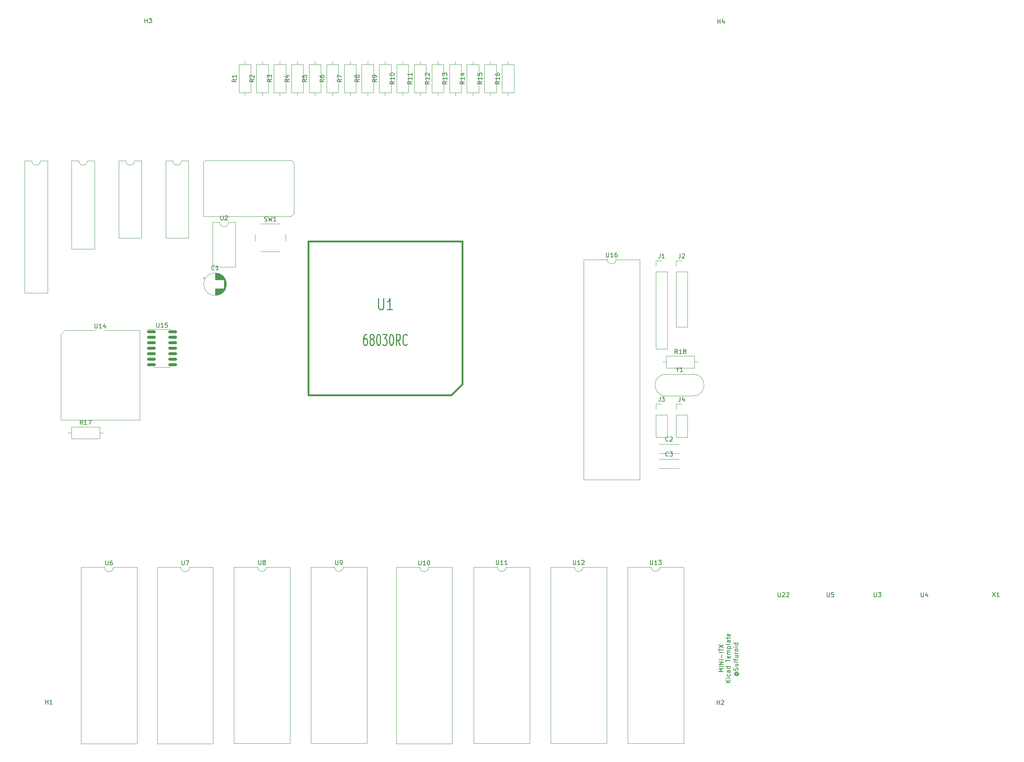
<source format=gto>
%TF.GenerationSoftware,KiCad,Pcbnew,7.0.10*%
%TF.CreationDate,2024-01-18T14:13:19+02:00*%
%TF.ProjectId,jox030,6a6f7830-3330-42e6-9b69-6361645f7063,rev?*%
%TF.SameCoordinates,Original*%
%TF.FileFunction,Legend,Top*%
%TF.FilePolarity,Positive*%
%FSLAX46Y46*%
G04 Gerber Fmt 4.6, Leading zero omitted, Abs format (unit mm)*
G04 Created by KiCad (PCBNEW 7.0.10) date 2024-01-18 14:13:19*
%MOMM*%
%LPD*%
G01*
G04 APERTURE LIST*
G04 Aperture macros list*
%AMRoundRect*
0 Rectangle with rounded corners*
0 $1 Rounding radius*
0 $2 $3 $4 $5 $6 $7 $8 $9 X,Y pos of 4 corners*
0 Add a 4 corners polygon primitive as box body*
4,1,4,$2,$3,$4,$5,$6,$7,$8,$9,$2,$3,0*
0 Add four circle primitives for the rounded corners*
1,1,$1+$1,$2,$3*
1,1,$1+$1,$4,$5*
1,1,$1+$1,$6,$7*
1,1,$1+$1,$8,$9*
0 Add four rect primitives between the rounded corners*
20,1,$1+$1,$2,$3,$4,$5,0*
20,1,$1+$1,$4,$5,$6,$7,0*
20,1,$1+$1,$6,$7,$8,$9,0*
20,1,$1+$1,$8,$9,$2,$3,0*%
G04 Aperture macros list end*
%ADD10C,0.150000*%
%ADD11C,0.254000*%
%ADD12C,0.120000*%
%ADD13C,0.381000*%
%ADD14R,1.397000X1.397000*%
%ADD15C,1.397000*%
%ADD16C,1.500000*%
%ADD17R,1.600000X1.600000*%
%ADD18O,1.600000X1.600000*%
%ADD19C,1.600000*%
%ADD20R,1.700000X1.700000*%
%ADD21O,1.700000X1.700000*%
%ADD22RoundRect,0.150000X-0.825000X-0.150000X0.825000X-0.150000X0.825000X0.150000X-0.825000X0.150000X0*%
%ADD23R,1.422400X1.422400*%
%ADD24C,1.422400*%
%ADD25C,0.900000*%
%ADD26C,8.600000*%
%ADD27C,2.000000*%
G04 APERTURE END LIST*
D10*
X183648809Y-165423086D02*
X183601190Y-165470705D01*
X183601190Y-165470705D02*
X183553571Y-165565943D01*
X183553571Y-165565943D02*
X183553571Y-165661181D01*
X183553571Y-165661181D02*
X183601190Y-165756419D01*
X183601190Y-165756419D02*
X183648809Y-165804038D01*
X183648809Y-165804038D02*
X183744047Y-165851657D01*
X183744047Y-165851657D02*
X183839285Y-165851657D01*
X183839285Y-165851657D02*
X183934523Y-165804038D01*
X183934523Y-165804038D02*
X183982142Y-165756419D01*
X183982142Y-165756419D02*
X184029761Y-165661181D01*
X184029761Y-165661181D02*
X184029761Y-165565943D01*
X184029761Y-165565943D02*
X183982142Y-165470705D01*
X183982142Y-165470705D02*
X183934523Y-165423086D01*
X183553571Y-165423086D02*
X183934523Y-165423086D01*
X183934523Y-165423086D02*
X183982142Y-165375467D01*
X183982142Y-165375467D02*
X183982142Y-165327848D01*
X183982142Y-165327848D02*
X183934523Y-165232609D01*
X183934523Y-165232609D02*
X183839285Y-165184990D01*
X183839285Y-165184990D02*
X183601190Y-165184990D01*
X183601190Y-165184990D02*
X183458333Y-165280229D01*
X183458333Y-165280229D02*
X183363095Y-165423086D01*
X183363095Y-165423086D02*
X183315476Y-165613562D01*
X183315476Y-165613562D02*
X183363095Y-165804038D01*
X183363095Y-165804038D02*
X183458333Y-165946895D01*
X183458333Y-165946895D02*
X183601190Y-166042133D01*
X183601190Y-166042133D02*
X183791666Y-166089752D01*
X183791666Y-166089752D02*
X183982142Y-166042133D01*
X183982142Y-166042133D02*
X184125000Y-165946895D01*
X184125000Y-165946895D02*
X184220238Y-165804038D01*
X184220238Y-165804038D02*
X184267857Y-165613562D01*
X184267857Y-165613562D02*
X184220238Y-165423086D01*
X184220238Y-165423086D02*
X184125000Y-165280229D01*
X184077381Y-164804038D02*
X184125000Y-164661181D01*
X184125000Y-164661181D02*
X184125000Y-164423086D01*
X184125000Y-164423086D02*
X184077381Y-164327848D01*
X184077381Y-164327848D02*
X184029761Y-164280229D01*
X184029761Y-164280229D02*
X183934523Y-164232610D01*
X183934523Y-164232610D02*
X183839285Y-164232610D01*
X183839285Y-164232610D02*
X183744047Y-164280229D01*
X183744047Y-164280229D02*
X183696428Y-164327848D01*
X183696428Y-164327848D02*
X183648809Y-164423086D01*
X183648809Y-164423086D02*
X183601190Y-164613562D01*
X183601190Y-164613562D02*
X183553571Y-164708800D01*
X183553571Y-164708800D02*
X183505952Y-164756419D01*
X183505952Y-164756419D02*
X183410714Y-164804038D01*
X183410714Y-164804038D02*
X183315476Y-164804038D01*
X183315476Y-164804038D02*
X183220238Y-164756419D01*
X183220238Y-164756419D02*
X183172619Y-164708800D01*
X183172619Y-164708800D02*
X183125000Y-164613562D01*
X183125000Y-164613562D02*
X183125000Y-164375467D01*
X183125000Y-164375467D02*
X183172619Y-164232610D01*
X183458333Y-163375467D02*
X184125000Y-163375467D01*
X183458333Y-163804038D02*
X183982142Y-163804038D01*
X183982142Y-163804038D02*
X184077381Y-163756419D01*
X184077381Y-163756419D02*
X184125000Y-163661181D01*
X184125000Y-163661181D02*
X184125000Y-163518324D01*
X184125000Y-163518324D02*
X184077381Y-163423086D01*
X184077381Y-163423086D02*
X184029761Y-163375467D01*
X184125000Y-162756419D02*
X184077381Y-162851657D01*
X184077381Y-162851657D02*
X183982142Y-162899276D01*
X183982142Y-162899276D02*
X183125000Y-162899276D01*
X183458333Y-162518323D02*
X183458333Y-162137371D01*
X184125000Y-162375466D02*
X183267857Y-162375466D01*
X183267857Y-162375466D02*
X183172619Y-162327847D01*
X183172619Y-162327847D02*
X183125000Y-162232609D01*
X183125000Y-162232609D02*
X183125000Y-162137371D01*
X183458333Y-161375466D02*
X184125000Y-161375466D01*
X183458333Y-161804037D02*
X183982142Y-161804037D01*
X183982142Y-161804037D02*
X184077381Y-161756418D01*
X184077381Y-161756418D02*
X184125000Y-161661180D01*
X184125000Y-161661180D02*
X184125000Y-161518323D01*
X184125000Y-161518323D02*
X184077381Y-161423085D01*
X184077381Y-161423085D02*
X184029761Y-161375466D01*
X184125000Y-160899275D02*
X183458333Y-160899275D01*
X183648809Y-160899275D02*
X183553571Y-160851656D01*
X183553571Y-160851656D02*
X183505952Y-160804037D01*
X183505952Y-160804037D02*
X183458333Y-160708799D01*
X183458333Y-160708799D02*
X183458333Y-160613561D01*
X184125000Y-160137370D02*
X184077381Y-160232608D01*
X184077381Y-160232608D02*
X184029761Y-160280227D01*
X184029761Y-160280227D02*
X183934523Y-160327846D01*
X183934523Y-160327846D02*
X183648809Y-160327846D01*
X183648809Y-160327846D02*
X183553571Y-160280227D01*
X183553571Y-160280227D02*
X183505952Y-160232608D01*
X183505952Y-160232608D02*
X183458333Y-160137370D01*
X183458333Y-160137370D02*
X183458333Y-159994513D01*
X183458333Y-159994513D02*
X183505952Y-159899275D01*
X183505952Y-159899275D02*
X183553571Y-159851656D01*
X183553571Y-159851656D02*
X183648809Y-159804037D01*
X183648809Y-159804037D02*
X183934523Y-159804037D01*
X183934523Y-159804037D02*
X184029761Y-159851656D01*
X184029761Y-159851656D02*
X184077381Y-159899275D01*
X184077381Y-159899275D02*
X184125000Y-159994513D01*
X184125000Y-159994513D02*
X184125000Y-160137370D01*
X184125000Y-159375465D02*
X183458333Y-159375465D01*
X183125000Y-159375465D02*
X183172619Y-159423084D01*
X183172619Y-159423084D02*
X183220238Y-159375465D01*
X183220238Y-159375465D02*
X183172619Y-159327846D01*
X183172619Y-159327846D02*
X183125000Y-159375465D01*
X183125000Y-159375465D02*
X183220238Y-159375465D01*
X184125000Y-158470704D02*
X183125000Y-158470704D01*
X184077381Y-158470704D02*
X184125000Y-158565942D01*
X184125000Y-158565942D02*
X184125000Y-158756418D01*
X184125000Y-158756418D02*
X184077381Y-158851656D01*
X184077381Y-158851656D02*
X184029761Y-158899275D01*
X184029761Y-158899275D02*
X183934523Y-158946894D01*
X183934523Y-158946894D02*
X183648809Y-158946894D01*
X183648809Y-158946894D02*
X183553571Y-158899275D01*
X183553571Y-158899275D02*
X183505952Y-158851656D01*
X183505952Y-158851656D02*
X183458333Y-158756418D01*
X183458333Y-158756418D02*
X183458333Y-158565942D01*
X183458333Y-158565942D02*
X183505952Y-158470704D01*
X180703800Y-165050036D02*
X179703800Y-165050036D01*
X179703800Y-165050036D02*
X180418085Y-164716703D01*
X180418085Y-164716703D02*
X179703800Y-164383370D01*
X179703800Y-164383370D02*
X180703800Y-164383370D01*
X180703800Y-163907179D02*
X179703800Y-163907179D01*
X180703800Y-163430989D02*
X179703800Y-163430989D01*
X179703800Y-163430989D02*
X180703800Y-162859561D01*
X180703800Y-162859561D02*
X179703800Y-162859561D01*
X180703800Y-162383370D02*
X179703800Y-162383370D01*
X180322847Y-161907180D02*
X180322847Y-161145276D01*
X180703800Y-160669085D02*
X179703800Y-160669085D01*
X179703800Y-160335752D02*
X179703800Y-159764324D01*
X180703800Y-160050038D02*
X179703800Y-160050038D01*
X179703800Y-159526228D02*
X180703800Y-158859562D01*
X179703800Y-158859562D02*
X180703800Y-159526228D01*
X182313800Y-167573847D02*
X181313800Y-167573847D01*
X182313800Y-167002419D02*
X181742371Y-167430990D01*
X181313800Y-167002419D02*
X181885228Y-167573847D01*
X182313800Y-166573847D02*
X181647133Y-166573847D01*
X181313800Y-166573847D02*
X181361419Y-166621466D01*
X181361419Y-166621466D02*
X181409038Y-166573847D01*
X181409038Y-166573847D02*
X181361419Y-166526228D01*
X181361419Y-166526228D02*
X181313800Y-166573847D01*
X181313800Y-166573847D02*
X181409038Y-166573847D01*
X182266181Y-165669086D02*
X182313800Y-165764324D01*
X182313800Y-165764324D02*
X182313800Y-165954800D01*
X182313800Y-165954800D02*
X182266181Y-166050038D01*
X182266181Y-166050038D02*
X182218561Y-166097657D01*
X182218561Y-166097657D02*
X182123323Y-166145276D01*
X182123323Y-166145276D02*
X181837609Y-166145276D01*
X181837609Y-166145276D02*
X181742371Y-166097657D01*
X181742371Y-166097657D02*
X181694752Y-166050038D01*
X181694752Y-166050038D02*
X181647133Y-165954800D01*
X181647133Y-165954800D02*
X181647133Y-165764324D01*
X181647133Y-165764324D02*
X181694752Y-165669086D01*
X182313800Y-164811943D02*
X181789990Y-164811943D01*
X181789990Y-164811943D02*
X181694752Y-164859562D01*
X181694752Y-164859562D02*
X181647133Y-164954800D01*
X181647133Y-164954800D02*
X181647133Y-165145276D01*
X181647133Y-165145276D02*
X181694752Y-165240514D01*
X182266181Y-164811943D02*
X182313800Y-164907181D01*
X182313800Y-164907181D02*
X182313800Y-165145276D01*
X182313800Y-165145276D02*
X182266181Y-165240514D01*
X182266181Y-165240514D02*
X182170942Y-165288133D01*
X182170942Y-165288133D02*
X182075704Y-165288133D01*
X182075704Y-165288133D02*
X181980466Y-165240514D01*
X181980466Y-165240514D02*
X181932847Y-165145276D01*
X181932847Y-165145276D02*
X181932847Y-164907181D01*
X181932847Y-164907181D02*
X181885228Y-164811943D01*
X182313800Y-163907181D02*
X181313800Y-163907181D01*
X182266181Y-163907181D02*
X182313800Y-164002419D01*
X182313800Y-164002419D02*
X182313800Y-164192895D01*
X182313800Y-164192895D02*
X182266181Y-164288133D01*
X182266181Y-164288133D02*
X182218561Y-164335752D01*
X182218561Y-164335752D02*
X182123323Y-164383371D01*
X182123323Y-164383371D02*
X181837609Y-164383371D01*
X181837609Y-164383371D02*
X181742371Y-164335752D01*
X181742371Y-164335752D02*
X181694752Y-164288133D01*
X181694752Y-164288133D02*
X181647133Y-164192895D01*
X181647133Y-164192895D02*
X181647133Y-164002419D01*
X181647133Y-164002419D02*
X181694752Y-163907181D01*
X181313800Y-162811942D02*
X181313800Y-162240514D01*
X182313800Y-162526228D02*
X181313800Y-162526228D01*
X182266181Y-161526228D02*
X182313800Y-161621466D01*
X182313800Y-161621466D02*
X182313800Y-161811942D01*
X182313800Y-161811942D02*
X182266181Y-161907180D01*
X182266181Y-161907180D02*
X182170942Y-161954799D01*
X182170942Y-161954799D02*
X181789990Y-161954799D01*
X181789990Y-161954799D02*
X181694752Y-161907180D01*
X181694752Y-161907180D02*
X181647133Y-161811942D01*
X181647133Y-161811942D02*
X181647133Y-161621466D01*
X181647133Y-161621466D02*
X181694752Y-161526228D01*
X181694752Y-161526228D02*
X181789990Y-161478609D01*
X181789990Y-161478609D02*
X181885228Y-161478609D01*
X181885228Y-161478609D02*
X181980466Y-161954799D01*
X182313800Y-161050037D02*
X181647133Y-161050037D01*
X181742371Y-161050037D02*
X181694752Y-161002418D01*
X181694752Y-161002418D02*
X181647133Y-160907180D01*
X181647133Y-160907180D02*
X181647133Y-160764323D01*
X181647133Y-160764323D02*
X181694752Y-160669085D01*
X181694752Y-160669085D02*
X181789990Y-160621466D01*
X181789990Y-160621466D02*
X182313800Y-160621466D01*
X181789990Y-160621466D02*
X181694752Y-160573847D01*
X181694752Y-160573847D02*
X181647133Y-160478609D01*
X181647133Y-160478609D02*
X181647133Y-160335752D01*
X181647133Y-160335752D02*
X181694752Y-160240513D01*
X181694752Y-160240513D02*
X181789990Y-160192894D01*
X181789990Y-160192894D02*
X182313800Y-160192894D01*
X181647133Y-159716704D02*
X182647133Y-159716704D01*
X181694752Y-159716704D02*
X181647133Y-159621466D01*
X181647133Y-159621466D02*
X181647133Y-159430990D01*
X181647133Y-159430990D02*
X181694752Y-159335752D01*
X181694752Y-159335752D02*
X181742371Y-159288133D01*
X181742371Y-159288133D02*
X181837609Y-159240514D01*
X181837609Y-159240514D02*
X182123323Y-159240514D01*
X182123323Y-159240514D02*
X182218561Y-159288133D01*
X182218561Y-159288133D02*
X182266181Y-159335752D01*
X182266181Y-159335752D02*
X182313800Y-159430990D01*
X182313800Y-159430990D02*
X182313800Y-159621466D01*
X182313800Y-159621466D02*
X182266181Y-159716704D01*
X182313800Y-158669085D02*
X182266181Y-158764323D01*
X182266181Y-158764323D02*
X182170942Y-158811942D01*
X182170942Y-158811942D02*
X181313800Y-158811942D01*
X182313800Y-157859561D02*
X181789990Y-157859561D01*
X181789990Y-157859561D02*
X181694752Y-157907180D01*
X181694752Y-157907180D02*
X181647133Y-158002418D01*
X181647133Y-158002418D02*
X181647133Y-158192894D01*
X181647133Y-158192894D02*
X181694752Y-158288132D01*
X182266181Y-157859561D02*
X182313800Y-157954799D01*
X182313800Y-157954799D02*
X182313800Y-158192894D01*
X182313800Y-158192894D02*
X182266181Y-158288132D01*
X182266181Y-158288132D02*
X182170942Y-158335751D01*
X182170942Y-158335751D02*
X182075704Y-158335751D01*
X182075704Y-158335751D02*
X181980466Y-158288132D01*
X181980466Y-158288132D02*
X181932847Y-158192894D01*
X181932847Y-158192894D02*
X181932847Y-157954799D01*
X181932847Y-157954799D02*
X181885228Y-157859561D01*
X181647133Y-157526227D02*
X181647133Y-157145275D01*
X181313800Y-157383370D02*
X182170942Y-157383370D01*
X182170942Y-157383370D02*
X182266181Y-157335751D01*
X182266181Y-157335751D02*
X182313800Y-157240513D01*
X182313800Y-157240513D02*
X182313800Y-157145275D01*
X182266181Y-156430989D02*
X182313800Y-156526227D01*
X182313800Y-156526227D02*
X182313800Y-156716703D01*
X182313800Y-156716703D02*
X182266181Y-156811941D01*
X182266181Y-156811941D02*
X182170942Y-156859560D01*
X182170942Y-156859560D02*
X181789990Y-156859560D01*
X181789990Y-156859560D02*
X181694752Y-156811941D01*
X181694752Y-156811941D02*
X181647133Y-156716703D01*
X181647133Y-156716703D02*
X181647133Y-156526227D01*
X181647133Y-156526227D02*
X181694752Y-156430989D01*
X181694752Y-156430989D02*
X181789990Y-156383370D01*
X181789990Y-156383370D02*
X181885228Y-156383370D01*
X181885228Y-156383370D02*
X181980466Y-156859560D01*
X170143809Y-95273628D02*
X170143809Y-95749819D01*
X169810476Y-94749819D02*
X170143809Y-95273628D01*
X170143809Y-95273628D02*
X170477142Y-94749819D01*
X171334285Y-95749819D02*
X170762857Y-95749819D01*
X171048571Y-95749819D02*
X171048571Y-94749819D01*
X171048571Y-94749819D02*
X170953333Y-94892676D01*
X170953333Y-94892676D02*
X170858095Y-94987914D01*
X170858095Y-94987914D02*
X170762857Y-95035533D01*
X153701905Y-68244819D02*
X153701905Y-69054342D01*
X153701905Y-69054342D02*
X153749524Y-69149580D01*
X153749524Y-69149580D02*
X153797143Y-69197200D01*
X153797143Y-69197200D02*
X153892381Y-69244819D01*
X153892381Y-69244819D02*
X154082857Y-69244819D01*
X154082857Y-69244819D02*
X154178095Y-69197200D01*
X154178095Y-69197200D02*
X154225714Y-69149580D01*
X154225714Y-69149580D02*
X154273333Y-69054342D01*
X154273333Y-69054342D02*
X154273333Y-68244819D01*
X155273333Y-69244819D02*
X154701905Y-69244819D01*
X154987619Y-69244819D02*
X154987619Y-68244819D01*
X154987619Y-68244819D02*
X154892381Y-68387676D01*
X154892381Y-68387676D02*
X154797143Y-68482914D01*
X154797143Y-68482914D02*
X154701905Y-68530533D01*
X156130476Y-68244819D02*
X155940000Y-68244819D01*
X155940000Y-68244819D02*
X155844762Y-68292438D01*
X155844762Y-68292438D02*
X155797143Y-68340057D01*
X155797143Y-68340057D02*
X155701905Y-68482914D01*
X155701905Y-68482914D02*
X155654286Y-68673390D01*
X155654286Y-68673390D02*
X155654286Y-69054342D01*
X155654286Y-69054342D02*
X155701905Y-69149580D01*
X155701905Y-69149580D02*
X155749524Y-69197200D01*
X155749524Y-69197200D02*
X155844762Y-69244819D01*
X155844762Y-69244819D02*
X156035238Y-69244819D01*
X156035238Y-69244819D02*
X156130476Y-69197200D01*
X156130476Y-69197200D02*
X156178095Y-69149580D01*
X156178095Y-69149580D02*
X156225714Y-69054342D01*
X156225714Y-69054342D02*
X156225714Y-68816247D01*
X156225714Y-68816247D02*
X156178095Y-68721009D01*
X156178095Y-68721009D02*
X156130476Y-68673390D01*
X156130476Y-68673390D02*
X156035238Y-68625771D01*
X156035238Y-68625771D02*
X155844762Y-68625771D01*
X155844762Y-68625771D02*
X155749524Y-68673390D01*
X155749524Y-68673390D02*
X155701905Y-68721009D01*
X155701905Y-68721009D02*
X155654286Y-68816247D01*
D11*
X101103809Y-78826844D02*
X101103809Y-80883034D01*
X101103809Y-80883034D02*
X101200571Y-81124939D01*
X101200571Y-81124939D02*
X101297333Y-81245892D01*
X101297333Y-81245892D02*
X101490857Y-81366844D01*
X101490857Y-81366844D02*
X101877904Y-81366844D01*
X101877904Y-81366844D02*
X102071428Y-81245892D01*
X102071428Y-81245892D02*
X102168190Y-81124939D01*
X102168190Y-81124939D02*
X102264952Y-80883034D01*
X102264952Y-80883034D02*
X102264952Y-78826844D01*
X104296952Y-81366844D02*
X103135809Y-81366844D01*
X103716381Y-81366844D02*
X103716381Y-78826844D01*
X103716381Y-78826844D02*
X103522857Y-79189701D01*
X103522857Y-79189701D02*
X103329333Y-79431606D01*
X103329333Y-79431606D02*
X103135809Y-79552558D01*
X98377541Y-87081844D02*
X98077579Y-87081844D01*
X98077579Y-87081844D02*
X97927598Y-87202796D01*
X97927598Y-87202796D02*
X97852608Y-87323749D01*
X97852608Y-87323749D02*
X97702627Y-87686606D01*
X97702627Y-87686606D02*
X97627636Y-88170415D01*
X97627636Y-88170415D02*
X97627636Y-89138034D01*
X97627636Y-89138034D02*
X97702627Y-89379939D01*
X97702627Y-89379939D02*
X97777617Y-89500892D01*
X97777617Y-89500892D02*
X97927598Y-89621844D01*
X97927598Y-89621844D02*
X98227560Y-89621844D01*
X98227560Y-89621844D02*
X98377541Y-89500892D01*
X98377541Y-89500892D02*
X98452532Y-89379939D01*
X98452532Y-89379939D02*
X98527522Y-89138034D01*
X98527522Y-89138034D02*
X98527522Y-88533272D01*
X98527522Y-88533272D02*
X98452532Y-88291368D01*
X98452532Y-88291368D02*
X98377541Y-88170415D01*
X98377541Y-88170415D02*
X98227560Y-88049463D01*
X98227560Y-88049463D02*
X97927598Y-88049463D01*
X97927598Y-88049463D02*
X97777617Y-88170415D01*
X97777617Y-88170415D02*
X97702627Y-88291368D01*
X97702627Y-88291368D02*
X97627636Y-88533272D01*
X99427408Y-88170415D02*
X99277427Y-88049463D01*
X99277427Y-88049463D02*
X99202437Y-87928511D01*
X99202437Y-87928511D02*
X99127446Y-87686606D01*
X99127446Y-87686606D02*
X99127446Y-87565653D01*
X99127446Y-87565653D02*
X99202437Y-87323749D01*
X99202437Y-87323749D02*
X99277427Y-87202796D01*
X99277427Y-87202796D02*
X99427408Y-87081844D01*
X99427408Y-87081844D02*
X99727370Y-87081844D01*
X99727370Y-87081844D02*
X99877351Y-87202796D01*
X99877351Y-87202796D02*
X99952342Y-87323749D01*
X99952342Y-87323749D02*
X100027332Y-87565653D01*
X100027332Y-87565653D02*
X100027332Y-87686606D01*
X100027332Y-87686606D02*
X99952342Y-87928511D01*
X99952342Y-87928511D02*
X99877351Y-88049463D01*
X99877351Y-88049463D02*
X99727370Y-88170415D01*
X99727370Y-88170415D02*
X99427408Y-88170415D01*
X99427408Y-88170415D02*
X99277427Y-88291368D01*
X99277427Y-88291368D02*
X99202437Y-88412320D01*
X99202437Y-88412320D02*
X99127446Y-88654225D01*
X99127446Y-88654225D02*
X99127446Y-89138034D01*
X99127446Y-89138034D02*
X99202437Y-89379939D01*
X99202437Y-89379939D02*
X99277427Y-89500892D01*
X99277427Y-89500892D02*
X99427408Y-89621844D01*
X99427408Y-89621844D02*
X99727370Y-89621844D01*
X99727370Y-89621844D02*
X99877351Y-89500892D01*
X99877351Y-89500892D02*
X99952342Y-89379939D01*
X99952342Y-89379939D02*
X100027332Y-89138034D01*
X100027332Y-89138034D02*
X100027332Y-88654225D01*
X100027332Y-88654225D02*
X99952342Y-88412320D01*
X99952342Y-88412320D02*
X99877351Y-88291368D01*
X99877351Y-88291368D02*
X99727370Y-88170415D01*
X101002209Y-87081844D02*
X101152190Y-87081844D01*
X101152190Y-87081844D02*
X101302171Y-87202796D01*
X101302171Y-87202796D02*
X101377161Y-87323749D01*
X101377161Y-87323749D02*
X101452152Y-87565653D01*
X101452152Y-87565653D02*
X101527142Y-88049463D01*
X101527142Y-88049463D02*
X101527142Y-88654225D01*
X101527142Y-88654225D02*
X101452152Y-89138034D01*
X101452152Y-89138034D02*
X101377161Y-89379939D01*
X101377161Y-89379939D02*
X101302171Y-89500892D01*
X101302171Y-89500892D02*
X101152190Y-89621844D01*
X101152190Y-89621844D02*
X101002209Y-89621844D01*
X101002209Y-89621844D02*
X100852228Y-89500892D01*
X100852228Y-89500892D02*
X100777237Y-89379939D01*
X100777237Y-89379939D02*
X100702247Y-89138034D01*
X100702247Y-89138034D02*
X100627256Y-88654225D01*
X100627256Y-88654225D02*
X100627256Y-88049463D01*
X100627256Y-88049463D02*
X100702247Y-87565653D01*
X100702247Y-87565653D02*
X100777237Y-87323749D01*
X100777237Y-87323749D02*
X100852228Y-87202796D01*
X100852228Y-87202796D02*
X101002209Y-87081844D01*
X102052076Y-87081844D02*
X103026952Y-87081844D01*
X103026952Y-87081844D02*
X102502019Y-88049463D01*
X102502019Y-88049463D02*
X102726990Y-88049463D01*
X102726990Y-88049463D02*
X102876971Y-88170415D01*
X102876971Y-88170415D02*
X102951962Y-88291368D01*
X102951962Y-88291368D02*
X103026952Y-88533272D01*
X103026952Y-88533272D02*
X103026952Y-89138034D01*
X103026952Y-89138034D02*
X102951962Y-89379939D01*
X102951962Y-89379939D02*
X102876971Y-89500892D01*
X102876971Y-89500892D02*
X102726990Y-89621844D01*
X102726990Y-89621844D02*
X102277047Y-89621844D01*
X102277047Y-89621844D02*
X102127066Y-89500892D01*
X102127066Y-89500892D02*
X102052076Y-89379939D01*
X104001829Y-87081844D02*
X104151810Y-87081844D01*
X104151810Y-87081844D02*
X104301791Y-87202796D01*
X104301791Y-87202796D02*
X104376781Y-87323749D01*
X104376781Y-87323749D02*
X104451772Y-87565653D01*
X104451772Y-87565653D02*
X104526762Y-88049463D01*
X104526762Y-88049463D02*
X104526762Y-88654225D01*
X104526762Y-88654225D02*
X104451772Y-89138034D01*
X104451772Y-89138034D02*
X104376781Y-89379939D01*
X104376781Y-89379939D02*
X104301791Y-89500892D01*
X104301791Y-89500892D02*
X104151810Y-89621844D01*
X104151810Y-89621844D02*
X104001829Y-89621844D01*
X104001829Y-89621844D02*
X103851848Y-89500892D01*
X103851848Y-89500892D02*
X103776857Y-89379939D01*
X103776857Y-89379939D02*
X103701867Y-89138034D01*
X103701867Y-89138034D02*
X103626876Y-88654225D01*
X103626876Y-88654225D02*
X103626876Y-88049463D01*
X103626876Y-88049463D02*
X103701867Y-87565653D01*
X103701867Y-87565653D02*
X103776857Y-87323749D01*
X103776857Y-87323749D02*
X103851848Y-87202796D01*
X103851848Y-87202796D02*
X104001829Y-87081844D01*
X106101563Y-89621844D02*
X105576629Y-88412320D01*
X105201677Y-89621844D02*
X105201677Y-87081844D01*
X105201677Y-87081844D02*
X105801601Y-87081844D01*
X105801601Y-87081844D02*
X105951582Y-87202796D01*
X105951582Y-87202796D02*
X106026572Y-87323749D01*
X106026572Y-87323749D02*
X106101563Y-87565653D01*
X106101563Y-87565653D02*
X106101563Y-87928511D01*
X106101563Y-87928511D02*
X106026572Y-88170415D01*
X106026572Y-88170415D02*
X105951582Y-88291368D01*
X105951582Y-88291368D02*
X105801601Y-88412320D01*
X105801601Y-88412320D02*
X105201677Y-88412320D01*
X107676363Y-89379939D02*
X107601372Y-89500892D01*
X107601372Y-89500892D02*
X107376401Y-89621844D01*
X107376401Y-89621844D02*
X107226420Y-89621844D01*
X107226420Y-89621844D02*
X107001448Y-89500892D01*
X107001448Y-89500892D02*
X106851467Y-89258987D01*
X106851467Y-89258987D02*
X106776477Y-89017082D01*
X106776477Y-89017082D02*
X106701486Y-88533272D01*
X106701486Y-88533272D02*
X106701486Y-88170415D01*
X106701486Y-88170415D02*
X106776477Y-87686606D01*
X106776477Y-87686606D02*
X106851467Y-87444701D01*
X106851467Y-87444701D02*
X107001448Y-87202796D01*
X107001448Y-87202796D02*
X107226420Y-87081844D01*
X107226420Y-87081844D02*
X107376401Y-87081844D01*
X107376401Y-87081844D02*
X107601372Y-87202796D01*
X107601372Y-87202796D02*
X107676363Y-87323749D01*
D10*
X170157142Y-91554819D02*
X169823809Y-91078628D01*
X169585714Y-91554819D02*
X169585714Y-90554819D01*
X169585714Y-90554819D02*
X169966666Y-90554819D01*
X169966666Y-90554819D02*
X170061904Y-90602438D01*
X170061904Y-90602438D02*
X170109523Y-90650057D01*
X170109523Y-90650057D02*
X170157142Y-90745295D01*
X170157142Y-90745295D02*
X170157142Y-90888152D01*
X170157142Y-90888152D02*
X170109523Y-90983390D01*
X170109523Y-90983390D02*
X170061904Y-91031009D01*
X170061904Y-91031009D02*
X169966666Y-91078628D01*
X169966666Y-91078628D02*
X169585714Y-91078628D01*
X171109523Y-91554819D02*
X170538095Y-91554819D01*
X170823809Y-91554819D02*
X170823809Y-90554819D01*
X170823809Y-90554819D02*
X170728571Y-90697676D01*
X170728571Y-90697676D02*
X170633333Y-90792914D01*
X170633333Y-90792914D02*
X170538095Y-90840533D01*
X171680952Y-90983390D02*
X171585714Y-90935771D01*
X171585714Y-90935771D02*
X171538095Y-90888152D01*
X171538095Y-90888152D02*
X171490476Y-90792914D01*
X171490476Y-90792914D02*
X171490476Y-90745295D01*
X171490476Y-90745295D02*
X171538095Y-90650057D01*
X171538095Y-90650057D02*
X171585714Y-90602438D01*
X171585714Y-90602438D02*
X171680952Y-90554819D01*
X171680952Y-90554819D02*
X171871428Y-90554819D01*
X171871428Y-90554819D02*
X171966666Y-90602438D01*
X171966666Y-90602438D02*
X172014285Y-90650057D01*
X172014285Y-90650057D02*
X172061904Y-90745295D01*
X172061904Y-90745295D02*
X172061904Y-90792914D01*
X172061904Y-90792914D02*
X172014285Y-90888152D01*
X172014285Y-90888152D02*
X171966666Y-90935771D01*
X171966666Y-90935771D02*
X171871428Y-90983390D01*
X171871428Y-90983390D02*
X171680952Y-90983390D01*
X171680952Y-90983390D02*
X171585714Y-91031009D01*
X171585714Y-91031009D02*
X171538095Y-91078628D01*
X171538095Y-91078628D02*
X171490476Y-91173866D01*
X171490476Y-91173866D02*
X171490476Y-91364342D01*
X171490476Y-91364342D02*
X171538095Y-91459580D01*
X171538095Y-91459580D02*
X171585714Y-91507200D01*
X171585714Y-91507200D02*
X171680952Y-91554819D01*
X171680952Y-91554819D02*
X171871428Y-91554819D01*
X171871428Y-91554819D02*
X171966666Y-91507200D01*
X171966666Y-91507200D02*
X172014285Y-91459580D01*
X172014285Y-91459580D02*
X172061904Y-91364342D01*
X172061904Y-91364342D02*
X172061904Y-91173866D01*
X172061904Y-91173866D02*
X172014285Y-91078628D01*
X172014285Y-91078628D02*
X171966666Y-91031009D01*
X171966666Y-91031009D02*
X171871428Y-90983390D01*
X170786666Y-101594819D02*
X170786666Y-102309104D01*
X170786666Y-102309104D02*
X170739047Y-102451961D01*
X170739047Y-102451961D02*
X170643809Y-102547200D01*
X170643809Y-102547200D02*
X170500952Y-102594819D01*
X170500952Y-102594819D02*
X170405714Y-102594819D01*
X171691428Y-101928152D02*
X171691428Y-102594819D01*
X171453333Y-101547200D02*
X171215238Y-102261485D01*
X171215238Y-102261485D02*
X171834285Y-102261485D01*
X166136666Y-101594819D02*
X166136666Y-102309104D01*
X166136666Y-102309104D02*
X166089047Y-102451961D01*
X166089047Y-102451961D02*
X165993809Y-102547200D01*
X165993809Y-102547200D02*
X165850952Y-102594819D01*
X165850952Y-102594819D02*
X165755714Y-102594819D01*
X166517619Y-101594819D02*
X167136666Y-101594819D01*
X167136666Y-101594819D02*
X166803333Y-101975771D01*
X166803333Y-101975771D02*
X166946190Y-101975771D01*
X166946190Y-101975771D02*
X167041428Y-102023390D01*
X167041428Y-102023390D02*
X167089047Y-102071009D01*
X167089047Y-102071009D02*
X167136666Y-102166247D01*
X167136666Y-102166247D02*
X167136666Y-102404342D01*
X167136666Y-102404342D02*
X167089047Y-102499580D01*
X167089047Y-102499580D02*
X167041428Y-102547200D01*
X167041428Y-102547200D02*
X166946190Y-102594819D01*
X166946190Y-102594819D02*
X166660476Y-102594819D01*
X166660476Y-102594819D02*
X166565238Y-102547200D01*
X166565238Y-102547200D02*
X166517619Y-102499580D01*
X170786666Y-68494819D02*
X170786666Y-69209104D01*
X170786666Y-69209104D02*
X170739047Y-69351961D01*
X170739047Y-69351961D02*
X170643809Y-69447200D01*
X170643809Y-69447200D02*
X170500952Y-69494819D01*
X170500952Y-69494819D02*
X170405714Y-69494819D01*
X171215238Y-68590057D02*
X171262857Y-68542438D01*
X171262857Y-68542438D02*
X171358095Y-68494819D01*
X171358095Y-68494819D02*
X171596190Y-68494819D01*
X171596190Y-68494819D02*
X171691428Y-68542438D01*
X171691428Y-68542438D02*
X171739047Y-68590057D01*
X171739047Y-68590057D02*
X171786666Y-68685295D01*
X171786666Y-68685295D02*
X171786666Y-68780533D01*
X171786666Y-68780533D02*
X171739047Y-68923390D01*
X171739047Y-68923390D02*
X171167619Y-69494819D01*
X171167619Y-69494819D02*
X171786666Y-69494819D01*
X166136666Y-68494819D02*
X166136666Y-69209104D01*
X166136666Y-69209104D02*
X166089047Y-69351961D01*
X166089047Y-69351961D02*
X165993809Y-69447200D01*
X165993809Y-69447200D02*
X165850952Y-69494819D01*
X165850952Y-69494819D02*
X165755714Y-69494819D01*
X167136666Y-69494819D02*
X166565238Y-69494819D01*
X166850952Y-69494819D02*
X166850952Y-68494819D01*
X166850952Y-68494819D02*
X166755714Y-68637676D01*
X166755714Y-68637676D02*
X166660476Y-68732914D01*
X166660476Y-68732914D02*
X166565238Y-68780533D01*
X168053333Y-115179580D02*
X168005714Y-115227200D01*
X168005714Y-115227200D02*
X167862857Y-115274819D01*
X167862857Y-115274819D02*
X167767619Y-115274819D01*
X167767619Y-115274819D02*
X167624762Y-115227200D01*
X167624762Y-115227200D02*
X167529524Y-115131961D01*
X167529524Y-115131961D02*
X167481905Y-115036723D01*
X167481905Y-115036723D02*
X167434286Y-114846247D01*
X167434286Y-114846247D02*
X167434286Y-114703390D01*
X167434286Y-114703390D02*
X167481905Y-114512914D01*
X167481905Y-114512914D02*
X167529524Y-114417676D01*
X167529524Y-114417676D02*
X167624762Y-114322438D01*
X167624762Y-114322438D02*
X167767619Y-114274819D01*
X167767619Y-114274819D02*
X167862857Y-114274819D01*
X167862857Y-114274819D02*
X168005714Y-114322438D01*
X168005714Y-114322438D02*
X168053333Y-114370057D01*
X168386667Y-114274819D02*
X169005714Y-114274819D01*
X169005714Y-114274819D02*
X168672381Y-114655771D01*
X168672381Y-114655771D02*
X168815238Y-114655771D01*
X168815238Y-114655771D02*
X168910476Y-114703390D01*
X168910476Y-114703390D02*
X168958095Y-114751009D01*
X168958095Y-114751009D02*
X169005714Y-114846247D01*
X169005714Y-114846247D02*
X169005714Y-115084342D01*
X169005714Y-115084342D02*
X168958095Y-115179580D01*
X168958095Y-115179580D02*
X168910476Y-115227200D01*
X168910476Y-115227200D02*
X168815238Y-115274819D01*
X168815238Y-115274819D02*
X168529524Y-115274819D01*
X168529524Y-115274819D02*
X168434286Y-115227200D01*
X168434286Y-115227200D02*
X168386667Y-115179580D01*
X168053333Y-111729580D02*
X168005714Y-111777200D01*
X168005714Y-111777200D02*
X167862857Y-111824819D01*
X167862857Y-111824819D02*
X167767619Y-111824819D01*
X167767619Y-111824819D02*
X167624762Y-111777200D01*
X167624762Y-111777200D02*
X167529524Y-111681961D01*
X167529524Y-111681961D02*
X167481905Y-111586723D01*
X167481905Y-111586723D02*
X167434286Y-111396247D01*
X167434286Y-111396247D02*
X167434286Y-111253390D01*
X167434286Y-111253390D02*
X167481905Y-111062914D01*
X167481905Y-111062914D02*
X167529524Y-110967676D01*
X167529524Y-110967676D02*
X167624762Y-110872438D01*
X167624762Y-110872438D02*
X167767619Y-110824819D01*
X167767619Y-110824819D02*
X167862857Y-110824819D01*
X167862857Y-110824819D02*
X168005714Y-110872438D01*
X168005714Y-110872438D02*
X168053333Y-110920057D01*
X168434286Y-110920057D02*
X168481905Y-110872438D01*
X168481905Y-110872438D02*
X168577143Y-110824819D01*
X168577143Y-110824819D02*
X168815238Y-110824819D01*
X168815238Y-110824819D02*
X168910476Y-110872438D01*
X168910476Y-110872438D02*
X168958095Y-110920057D01*
X168958095Y-110920057D02*
X169005714Y-111015295D01*
X169005714Y-111015295D02*
X169005714Y-111110533D01*
X169005714Y-111110533D02*
X168958095Y-111253390D01*
X168958095Y-111253390D02*
X168386667Y-111824819D01*
X168386667Y-111824819D02*
X169005714Y-111824819D01*
X49871905Y-84474819D02*
X49871905Y-85284342D01*
X49871905Y-85284342D02*
X49919524Y-85379580D01*
X49919524Y-85379580D02*
X49967143Y-85427200D01*
X49967143Y-85427200D02*
X50062381Y-85474819D01*
X50062381Y-85474819D02*
X50252857Y-85474819D01*
X50252857Y-85474819D02*
X50348095Y-85427200D01*
X50348095Y-85427200D02*
X50395714Y-85379580D01*
X50395714Y-85379580D02*
X50443333Y-85284342D01*
X50443333Y-85284342D02*
X50443333Y-84474819D01*
X51443333Y-85474819D02*
X50871905Y-85474819D01*
X51157619Y-85474819D02*
X51157619Y-84474819D01*
X51157619Y-84474819D02*
X51062381Y-84617676D01*
X51062381Y-84617676D02*
X50967143Y-84712914D01*
X50967143Y-84712914D02*
X50871905Y-84760533D01*
X52348095Y-84474819D02*
X51871905Y-84474819D01*
X51871905Y-84474819D02*
X51824286Y-84951009D01*
X51824286Y-84951009D02*
X51871905Y-84903390D01*
X51871905Y-84903390D02*
X51967143Y-84855771D01*
X51967143Y-84855771D02*
X52205238Y-84855771D01*
X52205238Y-84855771D02*
X52300476Y-84903390D01*
X52300476Y-84903390D02*
X52348095Y-84951009D01*
X52348095Y-84951009D02*
X52395714Y-85046247D01*
X52395714Y-85046247D02*
X52395714Y-85284342D01*
X52395714Y-85284342D02*
X52348095Y-85379580D01*
X52348095Y-85379580D02*
X52300476Y-85427200D01*
X52300476Y-85427200D02*
X52205238Y-85474819D01*
X52205238Y-85474819D02*
X51967143Y-85474819D01*
X51967143Y-85474819D02*
X51871905Y-85427200D01*
X51871905Y-85427200D02*
X51824286Y-85379580D01*
X35591905Y-84674819D02*
X35591905Y-85484342D01*
X35591905Y-85484342D02*
X35639524Y-85579580D01*
X35639524Y-85579580D02*
X35687143Y-85627200D01*
X35687143Y-85627200D02*
X35782381Y-85674819D01*
X35782381Y-85674819D02*
X35972857Y-85674819D01*
X35972857Y-85674819D02*
X36068095Y-85627200D01*
X36068095Y-85627200D02*
X36115714Y-85579580D01*
X36115714Y-85579580D02*
X36163333Y-85484342D01*
X36163333Y-85484342D02*
X36163333Y-84674819D01*
X37163333Y-85674819D02*
X36591905Y-85674819D01*
X36877619Y-85674819D02*
X36877619Y-84674819D01*
X36877619Y-84674819D02*
X36782381Y-84817676D01*
X36782381Y-84817676D02*
X36687143Y-84912914D01*
X36687143Y-84912914D02*
X36591905Y-84960533D01*
X38020476Y-85008152D02*
X38020476Y-85674819D01*
X37782381Y-84627200D02*
X37544286Y-85341485D01*
X37544286Y-85341485D02*
X38163333Y-85341485D01*
X32787142Y-107954819D02*
X32453809Y-107478628D01*
X32215714Y-107954819D02*
X32215714Y-106954819D01*
X32215714Y-106954819D02*
X32596666Y-106954819D01*
X32596666Y-106954819D02*
X32691904Y-107002438D01*
X32691904Y-107002438D02*
X32739523Y-107050057D01*
X32739523Y-107050057D02*
X32787142Y-107145295D01*
X32787142Y-107145295D02*
X32787142Y-107288152D01*
X32787142Y-107288152D02*
X32739523Y-107383390D01*
X32739523Y-107383390D02*
X32691904Y-107431009D01*
X32691904Y-107431009D02*
X32596666Y-107478628D01*
X32596666Y-107478628D02*
X32215714Y-107478628D01*
X33739523Y-107954819D02*
X33168095Y-107954819D01*
X33453809Y-107954819D02*
X33453809Y-106954819D01*
X33453809Y-106954819D02*
X33358571Y-107097676D01*
X33358571Y-107097676D02*
X33263333Y-107192914D01*
X33263333Y-107192914D02*
X33168095Y-107240533D01*
X34072857Y-106954819D02*
X34739523Y-106954819D01*
X34739523Y-106954819D02*
X34310952Y-107954819D01*
X242880476Y-146740819D02*
X243547142Y-147740819D01*
X243547142Y-146740819D02*
X242880476Y-147740819D01*
X244451904Y-147740819D02*
X243880476Y-147740819D01*
X244166190Y-147740819D02*
X244166190Y-146740819D01*
X244166190Y-146740819D02*
X244070952Y-146883676D01*
X244070952Y-146883676D02*
X243975714Y-146978914D01*
X243975714Y-146978914D02*
X243880476Y-147026533D01*
X193361905Y-146810819D02*
X193361905Y-147620342D01*
X193361905Y-147620342D02*
X193409524Y-147715580D01*
X193409524Y-147715580D02*
X193457143Y-147763200D01*
X193457143Y-147763200D02*
X193552381Y-147810819D01*
X193552381Y-147810819D02*
X193742857Y-147810819D01*
X193742857Y-147810819D02*
X193838095Y-147763200D01*
X193838095Y-147763200D02*
X193885714Y-147715580D01*
X193885714Y-147715580D02*
X193933333Y-147620342D01*
X193933333Y-147620342D02*
X193933333Y-146810819D01*
X194361905Y-146906057D02*
X194409524Y-146858438D01*
X194409524Y-146858438D02*
X194504762Y-146810819D01*
X194504762Y-146810819D02*
X194742857Y-146810819D01*
X194742857Y-146810819D02*
X194838095Y-146858438D01*
X194838095Y-146858438D02*
X194885714Y-146906057D01*
X194885714Y-146906057D02*
X194933333Y-147001295D01*
X194933333Y-147001295D02*
X194933333Y-147096533D01*
X194933333Y-147096533D02*
X194885714Y-147239390D01*
X194885714Y-147239390D02*
X194314286Y-147810819D01*
X194314286Y-147810819D02*
X194933333Y-147810819D01*
X195314286Y-146906057D02*
X195361905Y-146858438D01*
X195361905Y-146858438D02*
X195457143Y-146810819D01*
X195457143Y-146810819D02*
X195695238Y-146810819D01*
X195695238Y-146810819D02*
X195790476Y-146858438D01*
X195790476Y-146858438D02*
X195838095Y-146906057D01*
X195838095Y-146906057D02*
X195885714Y-147001295D01*
X195885714Y-147001295D02*
X195885714Y-147096533D01*
X195885714Y-147096533D02*
X195838095Y-147239390D01*
X195838095Y-147239390D02*
X195266667Y-147810819D01*
X195266667Y-147810819D02*
X195885714Y-147810819D01*
X163861905Y-139364819D02*
X163861905Y-140174342D01*
X163861905Y-140174342D02*
X163909524Y-140269580D01*
X163909524Y-140269580D02*
X163957143Y-140317200D01*
X163957143Y-140317200D02*
X164052381Y-140364819D01*
X164052381Y-140364819D02*
X164242857Y-140364819D01*
X164242857Y-140364819D02*
X164338095Y-140317200D01*
X164338095Y-140317200D02*
X164385714Y-140269580D01*
X164385714Y-140269580D02*
X164433333Y-140174342D01*
X164433333Y-140174342D02*
X164433333Y-139364819D01*
X165433333Y-140364819D02*
X164861905Y-140364819D01*
X165147619Y-140364819D02*
X165147619Y-139364819D01*
X165147619Y-139364819D02*
X165052381Y-139507676D01*
X165052381Y-139507676D02*
X164957143Y-139602914D01*
X164957143Y-139602914D02*
X164861905Y-139650533D01*
X165766667Y-139364819D02*
X166385714Y-139364819D01*
X166385714Y-139364819D02*
X166052381Y-139745771D01*
X166052381Y-139745771D02*
X166195238Y-139745771D01*
X166195238Y-139745771D02*
X166290476Y-139793390D01*
X166290476Y-139793390D02*
X166338095Y-139841009D01*
X166338095Y-139841009D02*
X166385714Y-139936247D01*
X166385714Y-139936247D02*
X166385714Y-140174342D01*
X166385714Y-140174342D02*
X166338095Y-140269580D01*
X166338095Y-140269580D02*
X166290476Y-140317200D01*
X166290476Y-140317200D02*
X166195238Y-140364819D01*
X166195238Y-140364819D02*
X165909524Y-140364819D01*
X165909524Y-140364819D02*
X165814286Y-140317200D01*
X165814286Y-140317200D02*
X165766667Y-140269580D01*
X146081905Y-139364819D02*
X146081905Y-140174342D01*
X146081905Y-140174342D02*
X146129524Y-140269580D01*
X146129524Y-140269580D02*
X146177143Y-140317200D01*
X146177143Y-140317200D02*
X146272381Y-140364819D01*
X146272381Y-140364819D02*
X146462857Y-140364819D01*
X146462857Y-140364819D02*
X146558095Y-140317200D01*
X146558095Y-140317200D02*
X146605714Y-140269580D01*
X146605714Y-140269580D02*
X146653333Y-140174342D01*
X146653333Y-140174342D02*
X146653333Y-139364819D01*
X147653333Y-140364819D02*
X147081905Y-140364819D01*
X147367619Y-140364819D02*
X147367619Y-139364819D01*
X147367619Y-139364819D02*
X147272381Y-139507676D01*
X147272381Y-139507676D02*
X147177143Y-139602914D01*
X147177143Y-139602914D02*
X147081905Y-139650533D01*
X148034286Y-139460057D02*
X148081905Y-139412438D01*
X148081905Y-139412438D02*
X148177143Y-139364819D01*
X148177143Y-139364819D02*
X148415238Y-139364819D01*
X148415238Y-139364819D02*
X148510476Y-139412438D01*
X148510476Y-139412438D02*
X148558095Y-139460057D01*
X148558095Y-139460057D02*
X148605714Y-139555295D01*
X148605714Y-139555295D02*
X148605714Y-139650533D01*
X148605714Y-139650533D02*
X148558095Y-139793390D01*
X148558095Y-139793390D02*
X147986667Y-140364819D01*
X147986667Y-140364819D02*
X148605714Y-140364819D01*
X128301905Y-139364819D02*
X128301905Y-140174342D01*
X128301905Y-140174342D02*
X128349524Y-140269580D01*
X128349524Y-140269580D02*
X128397143Y-140317200D01*
X128397143Y-140317200D02*
X128492381Y-140364819D01*
X128492381Y-140364819D02*
X128682857Y-140364819D01*
X128682857Y-140364819D02*
X128778095Y-140317200D01*
X128778095Y-140317200D02*
X128825714Y-140269580D01*
X128825714Y-140269580D02*
X128873333Y-140174342D01*
X128873333Y-140174342D02*
X128873333Y-139364819D01*
X129873333Y-140364819D02*
X129301905Y-140364819D01*
X129587619Y-140364819D02*
X129587619Y-139364819D01*
X129587619Y-139364819D02*
X129492381Y-139507676D01*
X129492381Y-139507676D02*
X129397143Y-139602914D01*
X129397143Y-139602914D02*
X129301905Y-139650533D01*
X130825714Y-140364819D02*
X130254286Y-140364819D01*
X130540000Y-140364819D02*
X130540000Y-139364819D01*
X130540000Y-139364819D02*
X130444762Y-139507676D01*
X130444762Y-139507676D02*
X130349524Y-139602914D01*
X130349524Y-139602914D02*
X130254286Y-139650533D01*
X110413905Y-139420819D02*
X110413905Y-140230342D01*
X110413905Y-140230342D02*
X110461524Y-140325580D01*
X110461524Y-140325580D02*
X110509143Y-140373200D01*
X110509143Y-140373200D02*
X110604381Y-140420819D01*
X110604381Y-140420819D02*
X110794857Y-140420819D01*
X110794857Y-140420819D02*
X110890095Y-140373200D01*
X110890095Y-140373200D02*
X110937714Y-140325580D01*
X110937714Y-140325580D02*
X110985333Y-140230342D01*
X110985333Y-140230342D02*
X110985333Y-139420819D01*
X111985333Y-140420819D02*
X111413905Y-140420819D01*
X111699619Y-140420819D02*
X111699619Y-139420819D01*
X111699619Y-139420819D02*
X111604381Y-139563676D01*
X111604381Y-139563676D02*
X111509143Y-139658914D01*
X111509143Y-139658914D02*
X111413905Y-139706533D01*
X112604381Y-139420819D02*
X112699619Y-139420819D01*
X112699619Y-139420819D02*
X112794857Y-139468438D01*
X112794857Y-139468438D02*
X112842476Y-139516057D01*
X112842476Y-139516057D02*
X112890095Y-139611295D01*
X112890095Y-139611295D02*
X112937714Y-139801771D01*
X112937714Y-139801771D02*
X112937714Y-140039866D01*
X112937714Y-140039866D02*
X112890095Y-140230342D01*
X112890095Y-140230342D02*
X112842476Y-140325580D01*
X112842476Y-140325580D02*
X112794857Y-140373200D01*
X112794857Y-140373200D02*
X112699619Y-140420819D01*
X112699619Y-140420819D02*
X112604381Y-140420819D01*
X112604381Y-140420819D02*
X112509143Y-140373200D01*
X112509143Y-140373200D02*
X112461524Y-140325580D01*
X112461524Y-140325580D02*
X112413905Y-140230342D01*
X112413905Y-140230342D02*
X112366286Y-140039866D01*
X112366286Y-140039866D02*
X112366286Y-139801771D01*
X112366286Y-139801771D02*
X112413905Y-139611295D01*
X112413905Y-139611295D02*
X112461524Y-139516057D01*
X112461524Y-139516057D02*
X112509143Y-139468438D01*
X112509143Y-139468438D02*
X112604381Y-139420819D01*
X91186095Y-139364819D02*
X91186095Y-140174342D01*
X91186095Y-140174342D02*
X91233714Y-140269580D01*
X91233714Y-140269580D02*
X91281333Y-140317200D01*
X91281333Y-140317200D02*
X91376571Y-140364819D01*
X91376571Y-140364819D02*
X91567047Y-140364819D01*
X91567047Y-140364819D02*
X91662285Y-140317200D01*
X91662285Y-140317200D02*
X91709904Y-140269580D01*
X91709904Y-140269580D02*
X91757523Y-140174342D01*
X91757523Y-140174342D02*
X91757523Y-139364819D01*
X92281333Y-140364819D02*
X92471809Y-140364819D01*
X92471809Y-140364819D02*
X92567047Y-140317200D01*
X92567047Y-140317200D02*
X92614666Y-140269580D01*
X92614666Y-140269580D02*
X92709904Y-140126723D01*
X92709904Y-140126723D02*
X92757523Y-139936247D01*
X92757523Y-139936247D02*
X92757523Y-139555295D01*
X92757523Y-139555295D02*
X92709904Y-139460057D01*
X92709904Y-139460057D02*
X92662285Y-139412438D01*
X92662285Y-139412438D02*
X92567047Y-139364819D01*
X92567047Y-139364819D02*
X92376571Y-139364819D01*
X92376571Y-139364819D02*
X92281333Y-139412438D01*
X92281333Y-139412438D02*
X92233714Y-139460057D01*
X92233714Y-139460057D02*
X92186095Y-139555295D01*
X92186095Y-139555295D02*
X92186095Y-139793390D01*
X92186095Y-139793390D02*
X92233714Y-139888628D01*
X92233714Y-139888628D02*
X92281333Y-139936247D01*
X92281333Y-139936247D02*
X92376571Y-139983866D01*
X92376571Y-139983866D02*
X92567047Y-139983866D01*
X92567047Y-139983866D02*
X92662285Y-139936247D01*
X92662285Y-139936247D02*
X92709904Y-139888628D01*
X92709904Y-139888628D02*
X92757523Y-139793390D01*
X73406095Y-139364819D02*
X73406095Y-140174342D01*
X73406095Y-140174342D02*
X73453714Y-140269580D01*
X73453714Y-140269580D02*
X73501333Y-140317200D01*
X73501333Y-140317200D02*
X73596571Y-140364819D01*
X73596571Y-140364819D02*
X73787047Y-140364819D01*
X73787047Y-140364819D02*
X73882285Y-140317200D01*
X73882285Y-140317200D02*
X73929904Y-140269580D01*
X73929904Y-140269580D02*
X73977523Y-140174342D01*
X73977523Y-140174342D02*
X73977523Y-139364819D01*
X74596571Y-139793390D02*
X74501333Y-139745771D01*
X74501333Y-139745771D02*
X74453714Y-139698152D01*
X74453714Y-139698152D02*
X74406095Y-139602914D01*
X74406095Y-139602914D02*
X74406095Y-139555295D01*
X74406095Y-139555295D02*
X74453714Y-139460057D01*
X74453714Y-139460057D02*
X74501333Y-139412438D01*
X74501333Y-139412438D02*
X74596571Y-139364819D01*
X74596571Y-139364819D02*
X74787047Y-139364819D01*
X74787047Y-139364819D02*
X74882285Y-139412438D01*
X74882285Y-139412438D02*
X74929904Y-139460057D01*
X74929904Y-139460057D02*
X74977523Y-139555295D01*
X74977523Y-139555295D02*
X74977523Y-139602914D01*
X74977523Y-139602914D02*
X74929904Y-139698152D01*
X74929904Y-139698152D02*
X74882285Y-139745771D01*
X74882285Y-139745771D02*
X74787047Y-139793390D01*
X74787047Y-139793390D02*
X74596571Y-139793390D01*
X74596571Y-139793390D02*
X74501333Y-139841009D01*
X74501333Y-139841009D02*
X74453714Y-139888628D01*
X74453714Y-139888628D02*
X74406095Y-139983866D01*
X74406095Y-139983866D02*
X74406095Y-140174342D01*
X74406095Y-140174342D02*
X74453714Y-140269580D01*
X74453714Y-140269580D02*
X74501333Y-140317200D01*
X74501333Y-140317200D02*
X74596571Y-140364819D01*
X74596571Y-140364819D02*
X74787047Y-140364819D01*
X74787047Y-140364819D02*
X74882285Y-140317200D01*
X74882285Y-140317200D02*
X74929904Y-140269580D01*
X74929904Y-140269580D02*
X74977523Y-140174342D01*
X74977523Y-140174342D02*
X74977523Y-139983866D01*
X74977523Y-139983866D02*
X74929904Y-139888628D01*
X74929904Y-139888628D02*
X74882285Y-139841009D01*
X74882285Y-139841009D02*
X74787047Y-139793390D01*
X55690095Y-139420819D02*
X55690095Y-140230342D01*
X55690095Y-140230342D02*
X55737714Y-140325580D01*
X55737714Y-140325580D02*
X55785333Y-140373200D01*
X55785333Y-140373200D02*
X55880571Y-140420819D01*
X55880571Y-140420819D02*
X56071047Y-140420819D01*
X56071047Y-140420819D02*
X56166285Y-140373200D01*
X56166285Y-140373200D02*
X56213904Y-140325580D01*
X56213904Y-140325580D02*
X56261523Y-140230342D01*
X56261523Y-140230342D02*
X56261523Y-139420819D01*
X56642476Y-139420819D02*
X57309142Y-139420819D01*
X57309142Y-139420819D02*
X56880571Y-140420819D01*
X38100095Y-139420819D02*
X38100095Y-140230342D01*
X38100095Y-140230342D02*
X38147714Y-140325580D01*
X38147714Y-140325580D02*
X38195333Y-140373200D01*
X38195333Y-140373200D02*
X38290571Y-140420819D01*
X38290571Y-140420819D02*
X38481047Y-140420819D01*
X38481047Y-140420819D02*
X38576285Y-140373200D01*
X38576285Y-140373200D02*
X38623904Y-140325580D01*
X38623904Y-140325580D02*
X38671523Y-140230342D01*
X38671523Y-140230342D02*
X38671523Y-139420819D01*
X39576285Y-139420819D02*
X39385809Y-139420819D01*
X39385809Y-139420819D02*
X39290571Y-139468438D01*
X39290571Y-139468438D02*
X39242952Y-139516057D01*
X39242952Y-139516057D02*
X39147714Y-139658914D01*
X39147714Y-139658914D02*
X39100095Y-139849390D01*
X39100095Y-139849390D02*
X39100095Y-140230342D01*
X39100095Y-140230342D02*
X39147714Y-140325580D01*
X39147714Y-140325580D02*
X39195333Y-140373200D01*
X39195333Y-140373200D02*
X39290571Y-140420819D01*
X39290571Y-140420819D02*
X39481047Y-140420819D01*
X39481047Y-140420819D02*
X39576285Y-140373200D01*
X39576285Y-140373200D02*
X39623904Y-140325580D01*
X39623904Y-140325580D02*
X39671523Y-140230342D01*
X39671523Y-140230342D02*
X39671523Y-139992247D01*
X39671523Y-139992247D02*
X39623904Y-139897009D01*
X39623904Y-139897009D02*
X39576285Y-139849390D01*
X39576285Y-139849390D02*
X39481047Y-139801771D01*
X39481047Y-139801771D02*
X39290571Y-139801771D01*
X39290571Y-139801771D02*
X39195333Y-139849390D01*
X39195333Y-139849390D02*
X39147714Y-139897009D01*
X39147714Y-139897009D02*
X39100095Y-139992247D01*
X204688095Y-146810819D02*
X204688095Y-147620342D01*
X204688095Y-147620342D02*
X204735714Y-147715580D01*
X204735714Y-147715580D02*
X204783333Y-147763200D01*
X204783333Y-147763200D02*
X204878571Y-147810819D01*
X204878571Y-147810819D02*
X205069047Y-147810819D01*
X205069047Y-147810819D02*
X205164285Y-147763200D01*
X205164285Y-147763200D02*
X205211904Y-147715580D01*
X205211904Y-147715580D02*
X205259523Y-147620342D01*
X205259523Y-147620342D02*
X205259523Y-146810819D01*
X206211904Y-146810819D02*
X205735714Y-146810819D01*
X205735714Y-146810819D02*
X205688095Y-147287009D01*
X205688095Y-147287009D02*
X205735714Y-147239390D01*
X205735714Y-147239390D02*
X205830952Y-147191771D01*
X205830952Y-147191771D02*
X206069047Y-147191771D01*
X206069047Y-147191771D02*
X206164285Y-147239390D01*
X206164285Y-147239390D02*
X206211904Y-147287009D01*
X206211904Y-147287009D02*
X206259523Y-147382247D01*
X206259523Y-147382247D02*
X206259523Y-147620342D01*
X206259523Y-147620342D02*
X206211904Y-147715580D01*
X206211904Y-147715580D02*
X206164285Y-147763200D01*
X206164285Y-147763200D02*
X206069047Y-147810819D01*
X206069047Y-147810819D02*
X205830952Y-147810819D01*
X205830952Y-147810819D02*
X205735714Y-147763200D01*
X205735714Y-147763200D02*
X205688095Y-147715580D01*
X226388095Y-146810819D02*
X226388095Y-147620342D01*
X226388095Y-147620342D02*
X226435714Y-147715580D01*
X226435714Y-147715580D02*
X226483333Y-147763200D01*
X226483333Y-147763200D02*
X226578571Y-147810819D01*
X226578571Y-147810819D02*
X226769047Y-147810819D01*
X226769047Y-147810819D02*
X226864285Y-147763200D01*
X226864285Y-147763200D02*
X226911904Y-147715580D01*
X226911904Y-147715580D02*
X226959523Y-147620342D01*
X226959523Y-147620342D02*
X226959523Y-146810819D01*
X227864285Y-147144152D02*
X227864285Y-147810819D01*
X227626190Y-146763200D02*
X227388095Y-147477485D01*
X227388095Y-147477485D02*
X228007142Y-147477485D01*
X215538095Y-146810819D02*
X215538095Y-147620342D01*
X215538095Y-147620342D02*
X215585714Y-147715580D01*
X215585714Y-147715580D02*
X215633333Y-147763200D01*
X215633333Y-147763200D02*
X215728571Y-147810819D01*
X215728571Y-147810819D02*
X215919047Y-147810819D01*
X215919047Y-147810819D02*
X216014285Y-147763200D01*
X216014285Y-147763200D02*
X216061904Y-147715580D01*
X216061904Y-147715580D02*
X216109523Y-147620342D01*
X216109523Y-147620342D02*
X216109523Y-146810819D01*
X216490476Y-146810819D02*
X217109523Y-146810819D01*
X217109523Y-146810819D02*
X216776190Y-147191771D01*
X216776190Y-147191771D02*
X216919047Y-147191771D01*
X216919047Y-147191771D02*
X217014285Y-147239390D01*
X217014285Y-147239390D02*
X217061904Y-147287009D01*
X217061904Y-147287009D02*
X217109523Y-147382247D01*
X217109523Y-147382247D02*
X217109523Y-147620342D01*
X217109523Y-147620342D02*
X217061904Y-147715580D01*
X217061904Y-147715580D02*
X217014285Y-147763200D01*
X217014285Y-147763200D02*
X216919047Y-147810819D01*
X216919047Y-147810819D02*
X216633333Y-147810819D01*
X216633333Y-147810819D02*
X216538095Y-147763200D01*
X216538095Y-147763200D02*
X216490476Y-147715580D01*
X64668095Y-59664819D02*
X64668095Y-60474342D01*
X64668095Y-60474342D02*
X64715714Y-60569580D01*
X64715714Y-60569580D02*
X64763333Y-60617200D01*
X64763333Y-60617200D02*
X64858571Y-60664819D01*
X64858571Y-60664819D02*
X65049047Y-60664819D01*
X65049047Y-60664819D02*
X65144285Y-60617200D01*
X65144285Y-60617200D02*
X65191904Y-60569580D01*
X65191904Y-60569580D02*
X65239523Y-60474342D01*
X65239523Y-60474342D02*
X65239523Y-59664819D01*
X65668095Y-59760057D02*
X65715714Y-59712438D01*
X65715714Y-59712438D02*
X65810952Y-59664819D01*
X65810952Y-59664819D02*
X66049047Y-59664819D01*
X66049047Y-59664819D02*
X66144285Y-59712438D01*
X66144285Y-59712438D02*
X66191904Y-59760057D01*
X66191904Y-59760057D02*
X66239523Y-59855295D01*
X66239523Y-59855295D02*
X66239523Y-59950533D01*
X66239523Y-59950533D02*
X66191904Y-60093390D01*
X66191904Y-60093390D02*
X65620476Y-60664819D01*
X65620476Y-60664819D02*
X66239523Y-60664819D01*
X74786667Y-60897200D02*
X74929524Y-60944819D01*
X74929524Y-60944819D02*
X75167619Y-60944819D01*
X75167619Y-60944819D02*
X75262857Y-60897200D01*
X75262857Y-60897200D02*
X75310476Y-60849580D01*
X75310476Y-60849580D02*
X75358095Y-60754342D01*
X75358095Y-60754342D02*
X75358095Y-60659104D01*
X75358095Y-60659104D02*
X75310476Y-60563866D01*
X75310476Y-60563866D02*
X75262857Y-60516247D01*
X75262857Y-60516247D02*
X75167619Y-60468628D01*
X75167619Y-60468628D02*
X74977143Y-60421009D01*
X74977143Y-60421009D02*
X74881905Y-60373390D01*
X74881905Y-60373390D02*
X74834286Y-60325771D01*
X74834286Y-60325771D02*
X74786667Y-60230533D01*
X74786667Y-60230533D02*
X74786667Y-60135295D01*
X74786667Y-60135295D02*
X74834286Y-60040057D01*
X74834286Y-60040057D02*
X74881905Y-59992438D01*
X74881905Y-59992438D02*
X74977143Y-59944819D01*
X74977143Y-59944819D02*
X75215238Y-59944819D01*
X75215238Y-59944819D02*
X75358095Y-59992438D01*
X75691429Y-59944819D02*
X75929524Y-60944819D01*
X75929524Y-60944819D02*
X76120000Y-60230533D01*
X76120000Y-60230533D02*
X76310476Y-60944819D01*
X76310476Y-60944819D02*
X76548572Y-59944819D01*
X77453333Y-60944819D02*
X76881905Y-60944819D01*
X77167619Y-60944819D02*
X77167619Y-59944819D01*
X77167619Y-59944819D02*
X77072381Y-60087676D01*
X77072381Y-60087676D02*
X76977143Y-60182914D01*
X76977143Y-60182914D02*
X76881905Y-60230533D01*
X129064819Y-28582857D02*
X128588628Y-28916190D01*
X129064819Y-29154285D02*
X128064819Y-29154285D01*
X128064819Y-29154285D02*
X128064819Y-28773333D01*
X128064819Y-28773333D02*
X128112438Y-28678095D01*
X128112438Y-28678095D02*
X128160057Y-28630476D01*
X128160057Y-28630476D02*
X128255295Y-28582857D01*
X128255295Y-28582857D02*
X128398152Y-28582857D01*
X128398152Y-28582857D02*
X128493390Y-28630476D01*
X128493390Y-28630476D02*
X128541009Y-28678095D01*
X128541009Y-28678095D02*
X128588628Y-28773333D01*
X128588628Y-28773333D02*
X128588628Y-29154285D01*
X129064819Y-27630476D02*
X129064819Y-28201904D01*
X129064819Y-27916190D02*
X128064819Y-27916190D01*
X128064819Y-27916190D02*
X128207676Y-28011428D01*
X128207676Y-28011428D02*
X128302914Y-28106666D01*
X128302914Y-28106666D02*
X128350533Y-28201904D01*
X128064819Y-26773333D02*
X128064819Y-26963809D01*
X128064819Y-26963809D02*
X128112438Y-27059047D01*
X128112438Y-27059047D02*
X128160057Y-27106666D01*
X128160057Y-27106666D02*
X128302914Y-27201904D01*
X128302914Y-27201904D02*
X128493390Y-27249523D01*
X128493390Y-27249523D02*
X128874342Y-27249523D01*
X128874342Y-27249523D02*
X128969580Y-27201904D01*
X128969580Y-27201904D02*
X129017200Y-27154285D01*
X129017200Y-27154285D02*
X129064819Y-27059047D01*
X129064819Y-27059047D02*
X129064819Y-26868571D01*
X129064819Y-26868571D02*
X129017200Y-26773333D01*
X129017200Y-26773333D02*
X128969580Y-26725714D01*
X128969580Y-26725714D02*
X128874342Y-26678095D01*
X128874342Y-26678095D02*
X128636247Y-26678095D01*
X128636247Y-26678095D02*
X128541009Y-26725714D01*
X128541009Y-26725714D02*
X128493390Y-26773333D01*
X128493390Y-26773333D02*
X128445771Y-26868571D01*
X128445771Y-26868571D02*
X128445771Y-27059047D01*
X128445771Y-27059047D02*
X128493390Y-27154285D01*
X128493390Y-27154285D02*
X128541009Y-27201904D01*
X128541009Y-27201904D02*
X128636247Y-27249523D01*
X125014819Y-28582857D02*
X124538628Y-28916190D01*
X125014819Y-29154285D02*
X124014819Y-29154285D01*
X124014819Y-29154285D02*
X124014819Y-28773333D01*
X124014819Y-28773333D02*
X124062438Y-28678095D01*
X124062438Y-28678095D02*
X124110057Y-28630476D01*
X124110057Y-28630476D02*
X124205295Y-28582857D01*
X124205295Y-28582857D02*
X124348152Y-28582857D01*
X124348152Y-28582857D02*
X124443390Y-28630476D01*
X124443390Y-28630476D02*
X124491009Y-28678095D01*
X124491009Y-28678095D02*
X124538628Y-28773333D01*
X124538628Y-28773333D02*
X124538628Y-29154285D01*
X125014819Y-27630476D02*
X125014819Y-28201904D01*
X125014819Y-27916190D02*
X124014819Y-27916190D01*
X124014819Y-27916190D02*
X124157676Y-28011428D01*
X124157676Y-28011428D02*
X124252914Y-28106666D01*
X124252914Y-28106666D02*
X124300533Y-28201904D01*
X124014819Y-26725714D02*
X124014819Y-27201904D01*
X124014819Y-27201904D02*
X124491009Y-27249523D01*
X124491009Y-27249523D02*
X124443390Y-27201904D01*
X124443390Y-27201904D02*
X124395771Y-27106666D01*
X124395771Y-27106666D02*
X124395771Y-26868571D01*
X124395771Y-26868571D02*
X124443390Y-26773333D01*
X124443390Y-26773333D02*
X124491009Y-26725714D01*
X124491009Y-26725714D02*
X124586247Y-26678095D01*
X124586247Y-26678095D02*
X124824342Y-26678095D01*
X124824342Y-26678095D02*
X124919580Y-26725714D01*
X124919580Y-26725714D02*
X124967200Y-26773333D01*
X124967200Y-26773333D02*
X125014819Y-26868571D01*
X125014819Y-26868571D02*
X125014819Y-27106666D01*
X125014819Y-27106666D02*
X124967200Y-27201904D01*
X124967200Y-27201904D02*
X124919580Y-27249523D01*
X120964819Y-28582857D02*
X120488628Y-28916190D01*
X120964819Y-29154285D02*
X119964819Y-29154285D01*
X119964819Y-29154285D02*
X119964819Y-28773333D01*
X119964819Y-28773333D02*
X120012438Y-28678095D01*
X120012438Y-28678095D02*
X120060057Y-28630476D01*
X120060057Y-28630476D02*
X120155295Y-28582857D01*
X120155295Y-28582857D02*
X120298152Y-28582857D01*
X120298152Y-28582857D02*
X120393390Y-28630476D01*
X120393390Y-28630476D02*
X120441009Y-28678095D01*
X120441009Y-28678095D02*
X120488628Y-28773333D01*
X120488628Y-28773333D02*
X120488628Y-29154285D01*
X120964819Y-27630476D02*
X120964819Y-28201904D01*
X120964819Y-27916190D02*
X119964819Y-27916190D01*
X119964819Y-27916190D02*
X120107676Y-28011428D01*
X120107676Y-28011428D02*
X120202914Y-28106666D01*
X120202914Y-28106666D02*
X120250533Y-28201904D01*
X120298152Y-26773333D02*
X120964819Y-26773333D01*
X119917200Y-27011428D02*
X120631485Y-27249523D01*
X120631485Y-27249523D02*
X120631485Y-26630476D01*
X116914819Y-28582857D02*
X116438628Y-28916190D01*
X116914819Y-29154285D02*
X115914819Y-29154285D01*
X115914819Y-29154285D02*
X115914819Y-28773333D01*
X115914819Y-28773333D02*
X115962438Y-28678095D01*
X115962438Y-28678095D02*
X116010057Y-28630476D01*
X116010057Y-28630476D02*
X116105295Y-28582857D01*
X116105295Y-28582857D02*
X116248152Y-28582857D01*
X116248152Y-28582857D02*
X116343390Y-28630476D01*
X116343390Y-28630476D02*
X116391009Y-28678095D01*
X116391009Y-28678095D02*
X116438628Y-28773333D01*
X116438628Y-28773333D02*
X116438628Y-29154285D01*
X116914819Y-27630476D02*
X116914819Y-28201904D01*
X116914819Y-27916190D02*
X115914819Y-27916190D01*
X115914819Y-27916190D02*
X116057676Y-28011428D01*
X116057676Y-28011428D02*
X116152914Y-28106666D01*
X116152914Y-28106666D02*
X116200533Y-28201904D01*
X115914819Y-27297142D02*
X115914819Y-26678095D01*
X115914819Y-26678095D02*
X116295771Y-27011428D01*
X116295771Y-27011428D02*
X116295771Y-26868571D01*
X116295771Y-26868571D02*
X116343390Y-26773333D01*
X116343390Y-26773333D02*
X116391009Y-26725714D01*
X116391009Y-26725714D02*
X116486247Y-26678095D01*
X116486247Y-26678095D02*
X116724342Y-26678095D01*
X116724342Y-26678095D02*
X116819580Y-26725714D01*
X116819580Y-26725714D02*
X116867200Y-26773333D01*
X116867200Y-26773333D02*
X116914819Y-26868571D01*
X116914819Y-26868571D02*
X116914819Y-27154285D01*
X116914819Y-27154285D02*
X116867200Y-27249523D01*
X116867200Y-27249523D02*
X116819580Y-27297142D01*
X112864819Y-28582857D02*
X112388628Y-28916190D01*
X112864819Y-29154285D02*
X111864819Y-29154285D01*
X111864819Y-29154285D02*
X111864819Y-28773333D01*
X111864819Y-28773333D02*
X111912438Y-28678095D01*
X111912438Y-28678095D02*
X111960057Y-28630476D01*
X111960057Y-28630476D02*
X112055295Y-28582857D01*
X112055295Y-28582857D02*
X112198152Y-28582857D01*
X112198152Y-28582857D02*
X112293390Y-28630476D01*
X112293390Y-28630476D02*
X112341009Y-28678095D01*
X112341009Y-28678095D02*
X112388628Y-28773333D01*
X112388628Y-28773333D02*
X112388628Y-29154285D01*
X112864819Y-27630476D02*
X112864819Y-28201904D01*
X112864819Y-27916190D02*
X111864819Y-27916190D01*
X111864819Y-27916190D02*
X112007676Y-28011428D01*
X112007676Y-28011428D02*
X112102914Y-28106666D01*
X112102914Y-28106666D02*
X112150533Y-28201904D01*
X111960057Y-27249523D02*
X111912438Y-27201904D01*
X111912438Y-27201904D02*
X111864819Y-27106666D01*
X111864819Y-27106666D02*
X111864819Y-26868571D01*
X111864819Y-26868571D02*
X111912438Y-26773333D01*
X111912438Y-26773333D02*
X111960057Y-26725714D01*
X111960057Y-26725714D02*
X112055295Y-26678095D01*
X112055295Y-26678095D02*
X112150533Y-26678095D01*
X112150533Y-26678095D02*
X112293390Y-26725714D01*
X112293390Y-26725714D02*
X112864819Y-27297142D01*
X112864819Y-27297142D02*
X112864819Y-26678095D01*
X108814819Y-28582857D02*
X108338628Y-28916190D01*
X108814819Y-29154285D02*
X107814819Y-29154285D01*
X107814819Y-29154285D02*
X107814819Y-28773333D01*
X107814819Y-28773333D02*
X107862438Y-28678095D01*
X107862438Y-28678095D02*
X107910057Y-28630476D01*
X107910057Y-28630476D02*
X108005295Y-28582857D01*
X108005295Y-28582857D02*
X108148152Y-28582857D01*
X108148152Y-28582857D02*
X108243390Y-28630476D01*
X108243390Y-28630476D02*
X108291009Y-28678095D01*
X108291009Y-28678095D02*
X108338628Y-28773333D01*
X108338628Y-28773333D02*
X108338628Y-29154285D01*
X108814819Y-27630476D02*
X108814819Y-28201904D01*
X108814819Y-27916190D02*
X107814819Y-27916190D01*
X107814819Y-27916190D02*
X107957676Y-28011428D01*
X107957676Y-28011428D02*
X108052914Y-28106666D01*
X108052914Y-28106666D02*
X108100533Y-28201904D01*
X108814819Y-26678095D02*
X108814819Y-27249523D01*
X108814819Y-26963809D02*
X107814819Y-26963809D01*
X107814819Y-26963809D02*
X107957676Y-27059047D01*
X107957676Y-27059047D02*
X108052914Y-27154285D01*
X108052914Y-27154285D02*
X108100533Y-27249523D01*
X104764819Y-28582857D02*
X104288628Y-28916190D01*
X104764819Y-29154285D02*
X103764819Y-29154285D01*
X103764819Y-29154285D02*
X103764819Y-28773333D01*
X103764819Y-28773333D02*
X103812438Y-28678095D01*
X103812438Y-28678095D02*
X103860057Y-28630476D01*
X103860057Y-28630476D02*
X103955295Y-28582857D01*
X103955295Y-28582857D02*
X104098152Y-28582857D01*
X104098152Y-28582857D02*
X104193390Y-28630476D01*
X104193390Y-28630476D02*
X104241009Y-28678095D01*
X104241009Y-28678095D02*
X104288628Y-28773333D01*
X104288628Y-28773333D02*
X104288628Y-29154285D01*
X104764819Y-27630476D02*
X104764819Y-28201904D01*
X104764819Y-27916190D02*
X103764819Y-27916190D01*
X103764819Y-27916190D02*
X103907676Y-28011428D01*
X103907676Y-28011428D02*
X104002914Y-28106666D01*
X104002914Y-28106666D02*
X104050533Y-28201904D01*
X103764819Y-27011428D02*
X103764819Y-26916190D01*
X103764819Y-26916190D02*
X103812438Y-26820952D01*
X103812438Y-26820952D02*
X103860057Y-26773333D01*
X103860057Y-26773333D02*
X103955295Y-26725714D01*
X103955295Y-26725714D02*
X104145771Y-26678095D01*
X104145771Y-26678095D02*
X104383866Y-26678095D01*
X104383866Y-26678095D02*
X104574342Y-26725714D01*
X104574342Y-26725714D02*
X104669580Y-26773333D01*
X104669580Y-26773333D02*
X104717200Y-26820952D01*
X104717200Y-26820952D02*
X104764819Y-26916190D01*
X104764819Y-26916190D02*
X104764819Y-27011428D01*
X104764819Y-27011428D02*
X104717200Y-27106666D01*
X104717200Y-27106666D02*
X104669580Y-27154285D01*
X104669580Y-27154285D02*
X104574342Y-27201904D01*
X104574342Y-27201904D02*
X104383866Y-27249523D01*
X104383866Y-27249523D02*
X104145771Y-27249523D01*
X104145771Y-27249523D02*
X103955295Y-27201904D01*
X103955295Y-27201904D02*
X103860057Y-27154285D01*
X103860057Y-27154285D02*
X103812438Y-27106666D01*
X103812438Y-27106666D02*
X103764819Y-27011428D01*
X100714819Y-28106666D02*
X100238628Y-28439999D01*
X100714819Y-28678094D02*
X99714819Y-28678094D01*
X99714819Y-28678094D02*
X99714819Y-28297142D01*
X99714819Y-28297142D02*
X99762438Y-28201904D01*
X99762438Y-28201904D02*
X99810057Y-28154285D01*
X99810057Y-28154285D02*
X99905295Y-28106666D01*
X99905295Y-28106666D02*
X100048152Y-28106666D01*
X100048152Y-28106666D02*
X100143390Y-28154285D01*
X100143390Y-28154285D02*
X100191009Y-28201904D01*
X100191009Y-28201904D02*
X100238628Y-28297142D01*
X100238628Y-28297142D02*
X100238628Y-28678094D01*
X100714819Y-27630475D02*
X100714819Y-27439999D01*
X100714819Y-27439999D02*
X100667200Y-27344761D01*
X100667200Y-27344761D02*
X100619580Y-27297142D01*
X100619580Y-27297142D02*
X100476723Y-27201904D01*
X100476723Y-27201904D02*
X100286247Y-27154285D01*
X100286247Y-27154285D02*
X99905295Y-27154285D01*
X99905295Y-27154285D02*
X99810057Y-27201904D01*
X99810057Y-27201904D02*
X99762438Y-27249523D01*
X99762438Y-27249523D02*
X99714819Y-27344761D01*
X99714819Y-27344761D02*
X99714819Y-27535237D01*
X99714819Y-27535237D02*
X99762438Y-27630475D01*
X99762438Y-27630475D02*
X99810057Y-27678094D01*
X99810057Y-27678094D02*
X99905295Y-27725713D01*
X99905295Y-27725713D02*
X100143390Y-27725713D01*
X100143390Y-27725713D02*
X100238628Y-27678094D01*
X100238628Y-27678094D02*
X100286247Y-27630475D01*
X100286247Y-27630475D02*
X100333866Y-27535237D01*
X100333866Y-27535237D02*
X100333866Y-27344761D01*
X100333866Y-27344761D02*
X100286247Y-27249523D01*
X100286247Y-27249523D02*
X100238628Y-27201904D01*
X100238628Y-27201904D02*
X100143390Y-27154285D01*
X96664819Y-28106666D02*
X96188628Y-28439999D01*
X96664819Y-28678094D02*
X95664819Y-28678094D01*
X95664819Y-28678094D02*
X95664819Y-28297142D01*
X95664819Y-28297142D02*
X95712438Y-28201904D01*
X95712438Y-28201904D02*
X95760057Y-28154285D01*
X95760057Y-28154285D02*
X95855295Y-28106666D01*
X95855295Y-28106666D02*
X95998152Y-28106666D01*
X95998152Y-28106666D02*
X96093390Y-28154285D01*
X96093390Y-28154285D02*
X96141009Y-28201904D01*
X96141009Y-28201904D02*
X96188628Y-28297142D01*
X96188628Y-28297142D02*
X96188628Y-28678094D01*
X96093390Y-27535237D02*
X96045771Y-27630475D01*
X96045771Y-27630475D02*
X95998152Y-27678094D01*
X95998152Y-27678094D02*
X95902914Y-27725713D01*
X95902914Y-27725713D02*
X95855295Y-27725713D01*
X95855295Y-27725713D02*
X95760057Y-27678094D01*
X95760057Y-27678094D02*
X95712438Y-27630475D01*
X95712438Y-27630475D02*
X95664819Y-27535237D01*
X95664819Y-27535237D02*
X95664819Y-27344761D01*
X95664819Y-27344761D02*
X95712438Y-27249523D01*
X95712438Y-27249523D02*
X95760057Y-27201904D01*
X95760057Y-27201904D02*
X95855295Y-27154285D01*
X95855295Y-27154285D02*
X95902914Y-27154285D01*
X95902914Y-27154285D02*
X95998152Y-27201904D01*
X95998152Y-27201904D02*
X96045771Y-27249523D01*
X96045771Y-27249523D02*
X96093390Y-27344761D01*
X96093390Y-27344761D02*
X96093390Y-27535237D01*
X96093390Y-27535237D02*
X96141009Y-27630475D01*
X96141009Y-27630475D02*
X96188628Y-27678094D01*
X96188628Y-27678094D02*
X96283866Y-27725713D01*
X96283866Y-27725713D02*
X96474342Y-27725713D01*
X96474342Y-27725713D02*
X96569580Y-27678094D01*
X96569580Y-27678094D02*
X96617200Y-27630475D01*
X96617200Y-27630475D02*
X96664819Y-27535237D01*
X96664819Y-27535237D02*
X96664819Y-27344761D01*
X96664819Y-27344761D02*
X96617200Y-27249523D01*
X96617200Y-27249523D02*
X96569580Y-27201904D01*
X96569580Y-27201904D02*
X96474342Y-27154285D01*
X96474342Y-27154285D02*
X96283866Y-27154285D01*
X96283866Y-27154285D02*
X96188628Y-27201904D01*
X96188628Y-27201904D02*
X96141009Y-27249523D01*
X96141009Y-27249523D02*
X96093390Y-27344761D01*
X92614819Y-28106666D02*
X92138628Y-28439999D01*
X92614819Y-28678094D02*
X91614819Y-28678094D01*
X91614819Y-28678094D02*
X91614819Y-28297142D01*
X91614819Y-28297142D02*
X91662438Y-28201904D01*
X91662438Y-28201904D02*
X91710057Y-28154285D01*
X91710057Y-28154285D02*
X91805295Y-28106666D01*
X91805295Y-28106666D02*
X91948152Y-28106666D01*
X91948152Y-28106666D02*
X92043390Y-28154285D01*
X92043390Y-28154285D02*
X92091009Y-28201904D01*
X92091009Y-28201904D02*
X92138628Y-28297142D01*
X92138628Y-28297142D02*
X92138628Y-28678094D01*
X91614819Y-27773332D02*
X91614819Y-27106666D01*
X91614819Y-27106666D02*
X92614819Y-27535237D01*
X88564819Y-28106666D02*
X88088628Y-28439999D01*
X88564819Y-28678094D02*
X87564819Y-28678094D01*
X87564819Y-28678094D02*
X87564819Y-28297142D01*
X87564819Y-28297142D02*
X87612438Y-28201904D01*
X87612438Y-28201904D02*
X87660057Y-28154285D01*
X87660057Y-28154285D02*
X87755295Y-28106666D01*
X87755295Y-28106666D02*
X87898152Y-28106666D01*
X87898152Y-28106666D02*
X87993390Y-28154285D01*
X87993390Y-28154285D02*
X88041009Y-28201904D01*
X88041009Y-28201904D02*
X88088628Y-28297142D01*
X88088628Y-28297142D02*
X88088628Y-28678094D01*
X87564819Y-27249523D02*
X87564819Y-27439999D01*
X87564819Y-27439999D02*
X87612438Y-27535237D01*
X87612438Y-27535237D02*
X87660057Y-27582856D01*
X87660057Y-27582856D02*
X87802914Y-27678094D01*
X87802914Y-27678094D02*
X87993390Y-27725713D01*
X87993390Y-27725713D02*
X88374342Y-27725713D01*
X88374342Y-27725713D02*
X88469580Y-27678094D01*
X88469580Y-27678094D02*
X88517200Y-27630475D01*
X88517200Y-27630475D02*
X88564819Y-27535237D01*
X88564819Y-27535237D02*
X88564819Y-27344761D01*
X88564819Y-27344761D02*
X88517200Y-27249523D01*
X88517200Y-27249523D02*
X88469580Y-27201904D01*
X88469580Y-27201904D02*
X88374342Y-27154285D01*
X88374342Y-27154285D02*
X88136247Y-27154285D01*
X88136247Y-27154285D02*
X88041009Y-27201904D01*
X88041009Y-27201904D02*
X87993390Y-27249523D01*
X87993390Y-27249523D02*
X87945771Y-27344761D01*
X87945771Y-27344761D02*
X87945771Y-27535237D01*
X87945771Y-27535237D02*
X87993390Y-27630475D01*
X87993390Y-27630475D02*
X88041009Y-27678094D01*
X88041009Y-27678094D02*
X88136247Y-27725713D01*
X84514819Y-28106666D02*
X84038628Y-28439999D01*
X84514819Y-28678094D02*
X83514819Y-28678094D01*
X83514819Y-28678094D02*
X83514819Y-28297142D01*
X83514819Y-28297142D02*
X83562438Y-28201904D01*
X83562438Y-28201904D02*
X83610057Y-28154285D01*
X83610057Y-28154285D02*
X83705295Y-28106666D01*
X83705295Y-28106666D02*
X83848152Y-28106666D01*
X83848152Y-28106666D02*
X83943390Y-28154285D01*
X83943390Y-28154285D02*
X83991009Y-28201904D01*
X83991009Y-28201904D02*
X84038628Y-28297142D01*
X84038628Y-28297142D02*
X84038628Y-28678094D01*
X83514819Y-27201904D02*
X83514819Y-27678094D01*
X83514819Y-27678094D02*
X83991009Y-27725713D01*
X83991009Y-27725713D02*
X83943390Y-27678094D01*
X83943390Y-27678094D02*
X83895771Y-27582856D01*
X83895771Y-27582856D02*
X83895771Y-27344761D01*
X83895771Y-27344761D02*
X83943390Y-27249523D01*
X83943390Y-27249523D02*
X83991009Y-27201904D01*
X83991009Y-27201904D02*
X84086247Y-27154285D01*
X84086247Y-27154285D02*
X84324342Y-27154285D01*
X84324342Y-27154285D02*
X84419580Y-27201904D01*
X84419580Y-27201904D02*
X84467200Y-27249523D01*
X84467200Y-27249523D02*
X84514819Y-27344761D01*
X84514819Y-27344761D02*
X84514819Y-27582856D01*
X84514819Y-27582856D02*
X84467200Y-27678094D01*
X84467200Y-27678094D02*
X84419580Y-27725713D01*
X80464819Y-28106666D02*
X79988628Y-28439999D01*
X80464819Y-28678094D02*
X79464819Y-28678094D01*
X79464819Y-28678094D02*
X79464819Y-28297142D01*
X79464819Y-28297142D02*
X79512438Y-28201904D01*
X79512438Y-28201904D02*
X79560057Y-28154285D01*
X79560057Y-28154285D02*
X79655295Y-28106666D01*
X79655295Y-28106666D02*
X79798152Y-28106666D01*
X79798152Y-28106666D02*
X79893390Y-28154285D01*
X79893390Y-28154285D02*
X79941009Y-28201904D01*
X79941009Y-28201904D02*
X79988628Y-28297142D01*
X79988628Y-28297142D02*
X79988628Y-28678094D01*
X79798152Y-27249523D02*
X80464819Y-27249523D01*
X79417200Y-27487618D02*
X80131485Y-27725713D01*
X80131485Y-27725713D02*
X80131485Y-27106666D01*
X76414819Y-28106666D02*
X75938628Y-28439999D01*
X76414819Y-28678094D02*
X75414819Y-28678094D01*
X75414819Y-28678094D02*
X75414819Y-28297142D01*
X75414819Y-28297142D02*
X75462438Y-28201904D01*
X75462438Y-28201904D02*
X75510057Y-28154285D01*
X75510057Y-28154285D02*
X75605295Y-28106666D01*
X75605295Y-28106666D02*
X75748152Y-28106666D01*
X75748152Y-28106666D02*
X75843390Y-28154285D01*
X75843390Y-28154285D02*
X75891009Y-28201904D01*
X75891009Y-28201904D02*
X75938628Y-28297142D01*
X75938628Y-28297142D02*
X75938628Y-28678094D01*
X75414819Y-27773332D02*
X75414819Y-27154285D01*
X75414819Y-27154285D02*
X75795771Y-27487618D01*
X75795771Y-27487618D02*
X75795771Y-27344761D01*
X75795771Y-27344761D02*
X75843390Y-27249523D01*
X75843390Y-27249523D02*
X75891009Y-27201904D01*
X75891009Y-27201904D02*
X75986247Y-27154285D01*
X75986247Y-27154285D02*
X76224342Y-27154285D01*
X76224342Y-27154285D02*
X76319580Y-27201904D01*
X76319580Y-27201904D02*
X76367200Y-27249523D01*
X76367200Y-27249523D02*
X76414819Y-27344761D01*
X76414819Y-27344761D02*
X76414819Y-27630475D01*
X76414819Y-27630475D02*
X76367200Y-27725713D01*
X76367200Y-27725713D02*
X76319580Y-27773332D01*
X72364819Y-28106666D02*
X71888628Y-28439999D01*
X72364819Y-28678094D02*
X71364819Y-28678094D01*
X71364819Y-28678094D02*
X71364819Y-28297142D01*
X71364819Y-28297142D02*
X71412438Y-28201904D01*
X71412438Y-28201904D02*
X71460057Y-28154285D01*
X71460057Y-28154285D02*
X71555295Y-28106666D01*
X71555295Y-28106666D02*
X71698152Y-28106666D01*
X71698152Y-28106666D02*
X71793390Y-28154285D01*
X71793390Y-28154285D02*
X71841009Y-28201904D01*
X71841009Y-28201904D02*
X71888628Y-28297142D01*
X71888628Y-28297142D02*
X71888628Y-28678094D01*
X71460057Y-27725713D02*
X71412438Y-27678094D01*
X71412438Y-27678094D02*
X71364819Y-27582856D01*
X71364819Y-27582856D02*
X71364819Y-27344761D01*
X71364819Y-27344761D02*
X71412438Y-27249523D01*
X71412438Y-27249523D02*
X71460057Y-27201904D01*
X71460057Y-27201904D02*
X71555295Y-27154285D01*
X71555295Y-27154285D02*
X71650533Y-27154285D01*
X71650533Y-27154285D02*
X71793390Y-27201904D01*
X71793390Y-27201904D02*
X72364819Y-27773332D01*
X72364819Y-27773332D02*
X72364819Y-27154285D01*
X68314819Y-28106666D02*
X67838628Y-28439999D01*
X68314819Y-28678094D02*
X67314819Y-28678094D01*
X67314819Y-28678094D02*
X67314819Y-28297142D01*
X67314819Y-28297142D02*
X67362438Y-28201904D01*
X67362438Y-28201904D02*
X67410057Y-28154285D01*
X67410057Y-28154285D02*
X67505295Y-28106666D01*
X67505295Y-28106666D02*
X67648152Y-28106666D01*
X67648152Y-28106666D02*
X67743390Y-28154285D01*
X67743390Y-28154285D02*
X67791009Y-28201904D01*
X67791009Y-28201904D02*
X67838628Y-28297142D01*
X67838628Y-28297142D02*
X67838628Y-28678094D01*
X68314819Y-27154285D02*
X68314819Y-27725713D01*
X68314819Y-27439999D02*
X67314819Y-27439999D01*
X67314819Y-27439999D02*
X67457676Y-27535237D01*
X67457676Y-27535237D02*
X67552914Y-27630475D01*
X67552914Y-27630475D02*
X67600533Y-27725713D01*
X179429676Y-15194400D02*
X179429676Y-14194400D01*
X179429676Y-14670590D02*
X180001104Y-14670590D01*
X180001104Y-15194400D02*
X180001104Y-14194400D01*
X180905866Y-14527733D02*
X180905866Y-15194400D01*
X180667771Y-14146781D02*
X180429676Y-14861066D01*
X180429676Y-14861066D02*
X181048723Y-14861066D01*
X47135095Y-15074819D02*
X47135095Y-14074819D01*
X47135095Y-14551009D02*
X47706523Y-14551009D01*
X47706523Y-15074819D02*
X47706523Y-14074819D01*
X48087476Y-14074819D02*
X48706523Y-14074819D01*
X48706523Y-14074819D02*
X48373190Y-14455771D01*
X48373190Y-14455771D02*
X48516047Y-14455771D01*
X48516047Y-14455771D02*
X48611285Y-14503390D01*
X48611285Y-14503390D02*
X48658904Y-14551009D01*
X48658904Y-14551009D02*
X48706523Y-14646247D01*
X48706523Y-14646247D02*
X48706523Y-14884342D01*
X48706523Y-14884342D02*
X48658904Y-14979580D01*
X48658904Y-14979580D02*
X48611285Y-15027200D01*
X48611285Y-15027200D02*
X48516047Y-15074819D01*
X48516047Y-15074819D02*
X48230333Y-15074819D01*
X48230333Y-15074819D02*
X48135095Y-15027200D01*
X48135095Y-15027200D02*
X48087476Y-14979580D01*
X179285095Y-172674819D02*
X179285095Y-171674819D01*
X179285095Y-172151009D02*
X179856523Y-172151009D01*
X179856523Y-172674819D02*
X179856523Y-171674819D01*
X180285095Y-171770057D02*
X180332714Y-171722438D01*
X180332714Y-171722438D02*
X180427952Y-171674819D01*
X180427952Y-171674819D02*
X180666047Y-171674819D01*
X180666047Y-171674819D02*
X180761285Y-171722438D01*
X180761285Y-171722438D02*
X180808904Y-171770057D01*
X180808904Y-171770057D02*
X180856523Y-171865295D01*
X180856523Y-171865295D02*
X180856523Y-171960533D01*
X180856523Y-171960533D02*
X180808904Y-172103390D01*
X180808904Y-172103390D02*
X180237476Y-172674819D01*
X180237476Y-172674819D02*
X180856523Y-172674819D01*
X24190514Y-172594400D02*
X24190514Y-171594400D01*
X24190514Y-172070590D02*
X24761942Y-172070590D01*
X24761942Y-172594400D02*
X24761942Y-171594400D01*
X25761942Y-172594400D02*
X25190514Y-172594400D01*
X25476228Y-172594400D02*
X25476228Y-171594400D01*
X25476228Y-171594400D02*
X25380990Y-171737257D01*
X25380990Y-171737257D02*
X25285752Y-171832495D01*
X25285752Y-171832495D02*
X25190514Y-171880114D01*
X63193108Y-72099580D02*
X63145489Y-72147200D01*
X63145489Y-72147200D02*
X63002632Y-72194819D01*
X63002632Y-72194819D02*
X62907394Y-72194819D01*
X62907394Y-72194819D02*
X62764537Y-72147200D01*
X62764537Y-72147200D02*
X62669299Y-72051961D01*
X62669299Y-72051961D02*
X62621680Y-71956723D01*
X62621680Y-71956723D02*
X62574061Y-71766247D01*
X62574061Y-71766247D02*
X62574061Y-71623390D01*
X62574061Y-71623390D02*
X62621680Y-71432914D01*
X62621680Y-71432914D02*
X62669299Y-71337676D01*
X62669299Y-71337676D02*
X62764537Y-71242438D01*
X62764537Y-71242438D02*
X62907394Y-71194819D01*
X62907394Y-71194819D02*
X63002632Y-71194819D01*
X63002632Y-71194819D02*
X63145489Y-71242438D01*
X63145489Y-71242438D02*
X63193108Y-71290057D01*
X64145489Y-72194819D02*
X63574061Y-72194819D01*
X63859775Y-72194819D02*
X63859775Y-71194819D01*
X63859775Y-71194819D02*
X63764537Y-71337676D01*
X63764537Y-71337676D02*
X63669299Y-71432914D01*
X63669299Y-71432914D02*
X63574061Y-71480533D01*
D12*
%TO.C,Y1*%
X167495000Y-101345000D02*
X173745000Y-101345000D01*
X167495000Y-96295000D02*
X173745000Y-96295000D01*
X167495000Y-96295000D02*
G75*
G03*
X167495000Y-101345000I0J-2525000D01*
G01*
X173745000Y-101345000D02*
G75*
G03*
X173745000Y-96295000I0J2525000D01*
G01*
%TO.C,U16*%
X161400000Y-120710000D02*
X161400000Y-69790000D01*
X148480000Y-120710000D02*
X161400000Y-120710000D01*
X148480000Y-69790000D02*
X148480000Y-120710000D01*
X161400000Y-69790000D02*
X155940000Y-69790000D01*
X153940000Y-69790000D02*
X148480000Y-69790000D01*
X153940000Y-69790000D02*
G75*
G03*
X155940000Y-69790000I1000000J0D01*
G01*
D13*
%TO.C,U1*%
X84872000Y-65600000D02*
X84872000Y-101160000D01*
X84872000Y-101160000D02*
X117892000Y-101160000D01*
X117892000Y-101160000D02*
X120432000Y-98620000D01*
X120432000Y-65600000D02*
X84872000Y-65600000D01*
X120432000Y-98620000D02*
X120432000Y-65600000D01*
D12*
%TO.C,R18*%
X174840000Y-93470000D02*
X174070000Y-93470000D01*
X166760000Y-93470000D02*
X167530000Y-93470000D01*
X167530000Y-92100000D02*
X167530000Y-94840000D01*
X174070000Y-94840000D02*
X174070000Y-92100000D01*
X167530000Y-94840000D02*
X174070000Y-94840000D01*
X174070000Y-92100000D02*
X167530000Y-92100000D01*
%TO.C,J4*%
X169790000Y-110880000D02*
X172450000Y-110880000D01*
X169790000Y-105740000D02*
X169790000Y-110880000D01*
X169790000Y-104470000D02*
X169790000Y-103140000D01*
X172450000Y-105740000D02*
X172450000Y-110880000D01*
X169790000Y-103140000D02*
X171120000Y-103140000D01*
X169790000Y-105740000D02*
X172450000Y-105740000D01*
%TO.C,J3*%
X165140000Y-110880000D02*
X167800000Y-110880000D01*
X165140000Y-105740000D02*
X165140000Y-110880000D01*
X165140000Y-104470000D02*
X165140000Y-103140000D01*
X167800000Y-105740000D02*
X167800000Y-110880000D01*
X165140000Y-103140000D02*
X166470000Y-103140000D01*
X165140000Y-105740000D02*
X167800000Y-105740000D01*
%TO.C,J2*%
X169790000Y-72640000D02*
X169790000Y-85400000D01*
X169790000Y-71370000D02*
X169790000Y-70040000D01*
X169790000Y-70040000D02*
X171120000Y-70040000D01*
X169790000Y-72640000D02*
X172450000Y-72640000D01*
X169790000Y-85400000D02*
X172450000Y-85400000D01*
X172450000Y-72640000D02*
X172450000Y-85400000D01*
%TO.C,J1*%
X165140000Y-72640000D02*
X167800000Y-72640000D01*
X165140000Y-90480000D02*
X167800000Y-90480000D01*
X165140000Y-72640000D02*
X165140000Y-90480000D01*
X165140000Y-71370000D02*
X165140000Y-70040000D01*
X167800000Y-72640000D02*
X167800000Y-90480000D01*
X165140000Y-70040000D02*
X166470000Y-70040000D01*
%TO.C,C3*%
X165950000Y-118075000D02*
X165950000Y-118090000D01*
X170490000Y-115950000D02*
X170490000Y-115965000D01*
X165950000Y-115950000D02*
X165950000Y-115965000D01*
X170490000Y-118075000D02*
X170490000Y-118090000D01*
X165950000Y-115950000D02*
X170490000Y-115950000D01*
X165950000Y-118090000D02*
X170490000Y-118090000D01*
%TO.C,C2*%
X165950000Y-114625000D02*
X165950000Y-114640000D01*
X170490000Y-112500000D02*
X170490000Y-112515000D01*
X165950000Y-112500000D02*
X165950000Y-112515000D01*
X170490000Y-114625000D02*
X170490000Y-114640000D01*
X165950000Y-112500000D02*
X170490000Y-112500000D01*
X165950000Y-114640000D02*
X170490000Y-114640000D01*
%TO.C,U15*%
X51110000Y-85865000D02*
X53060000Y-85865000D01*
X51110000Y-94735000D02*
X53060000Y-94735000D01*
X51110000Y-85865000D02*
X47660000Y-85865000D01*
X51110000Y-94735000D02*
X49160000Y-94735000D01*
%TO.C,U14*%
X28705000Y-86120000D02*
X27705000Y-87120000D01*
X45955000Y-106920000D02*
X45955000Y-86120000D01*
X45955000Y-86120000D02*
X37830000Y-86120000D01*
X27705000Y-87120000D02*
X27705000Y-106920000D01*
X27705000Y-106920000D02*
X45955000Y-106920000D01*
X35830000Y-86120000D02*
X28705000Y-86120000D01*
%TO.C,R17*%
X37470000Y-109870000D02*
X36700000Y-109870000D01*
X29390000Y-109870000D02*
X30160000Y-109870000D01*
X30160000Y-108500000D02*
X30160000Y-111240000D01*
X36700000Y-111240000D02*
X36700000Y-108500000D01*
X30160000Y-111240000D02*
X36700000Y-111240000D01*
X36700000Y-108500000D02*
X30160000Y-108500000D01*
%TO.C,X1*%
X60670000Y-47640000D02*
X60670000Y-59790000D01*
X80820000Y-46890000D02*
X61420000Y-46890000D01*
X81570000Y-59040000D02*
X81570000Y-47640000D01*
X60670000Y-59790000D02*
X80820000Y-59790000D01*
X80820000Y-59790000D02*
G75*
G03*
X81570000Y-59040000I0J750000D01*
G01*
X61420000Y-46890000D02*
G75*
G03*
X60670000Y-47640000I0J-750000D01*
G01*
X81570000Y-47640000D02*
G75*
G03*
X80820000Y-46890000I-750000J0D01*
G01*
%TO.C,U22*%
X19380000Y-77560000D02*
X24680000Y-77560000D01*
X19380000Y-46960000D02*
X19380000Y-77560000D01*
X24680000Y-77560000D02*
X24680000Y-46960000D01*
X24680000Y-46960000D02*
X23030000Y-46960000D01*
X21030000Y-46960000D02*
X19380000Y-46960000D01*
X21030000Y-46960000D02*
G75*
G03*
X23030000Y-46960000I1000000J0D01*
G01*
%TO.C,U13*%
X171560000Y-140910000D02*
X166100000Y-140910000D01*
X171560000Y-181670000D02*
X171560000Y-140910000D01*
X158640000Y-140910000D02*
X158640000Y-181670000D01*
X164100000Y-140910000D02*
X158640000Y-140910000D01*
X158640000Y-181670000D02*
X171560000Y-181670000D01*
X164100000Y-140910000D02*
G75*
G03*
X166100000Y-140910000I1000000J0D01*
G01*
%TO.C,U12*%
X153780000Y-140910000D02*
X148320000Y-140910000D01*
X153780000Y-181670000D02*
X153780000Y-140910000D01*
X140860000Y-140910000D02*
X140860000Y-181670000D01*
X146320000Y-140910000D02*
X140860000Y-140910000D01*
X140860000Y-181670000D02*
X153780000Y-181670000D01*
X146320000Y-140910000D02*
G75*
G03*
X148320000Y-140910000I1000000J0D01*
G01*
%TO.C,U11*%
X136000000Y-140910000D02*
X130540000Y-140910000D01*
X136000000Y-181670000D02*
X136000000Y-140910000D01*
X123080000Y-140910000D02*
X123080000Y-181670000D01*
X128540000Y-140910000D02*
X123080000Y-140910000D01*
X123080000Y-181670000D02*
X136000000Y-181670000D01*
X128540000Y-140910000D02*
G75*
G03*
X130540000Y-140910000I1000000J0D01*
G01*
%TO.C,U10*%
X118112000Y-140966000D02*
X112652000Y-140966000D01*
X118112000Y-181726000D02*
X118112000Y-140966000D01*
X105192000Y-140966000D02*
X105192000Y-181726000D01*
X110652000Y-140966000D02*
X105192000Y-140966000D01*
X105192000Y-181726000D02*
X118112000Y-181726000D01*
X110652000Y-140966000D02*
G75*
G03*
X112652000Y-140966000I1000000J0D01*
G01*
%TO.C,U9*%
X98408000Y-140910000D02*
X92948000Y-140910000D01*
X98408000Y-181670000D02*
X98408000Y-140910000D01*
X85488000Y-140910000D02*
X85488000Y-181670000D01*
X90948000Y-140910000D02*
X85488000Y-140910000D01*
X85488000Y-181670000D02*
X98408000Y-181670000D01*
X90948000Y-140910000D02*
G75*
G03*
X92948000Y-140910000I1000000J0D01*
G01*
%TO.C,U8*%
X80628000Y-140910000D02*
X75168000Y-140910000D01*
X80628000Y-181670000D02*
X80628000Y-140910000D01*
X67708000Y-140910000D02*
X67708000Y-181670000D01*
X73168000Y-140910000D02*
X67708000Y-140910000D01*
X67708000Y-181670000D02*
X80628000Y-181670000D01*
X73168000Y-140910000D02*
G75*
G03*
X75168000Y-140910000I1000000J0D01*
G01*
%TO.C,U7*%
X62912000Y-140966000D02*
X57452000Y-140966000D01*
X62912000Y-181726000D02*
X62912000Y-140966000D01*
X49992000Y-140966000D02*
X49992000Y-181726000D01*
X55452000Y-140966000D02*
X49992000Y-140966000D01*
X49992000Y-181726000D02*
X62912000Y-181726000D01*
X55452000Y-140966000D02*
G75*
G03*
X57452000Y-140966000I1000000J0D01*
G01*
%TO.C,U6*%
X37862000Y-140966000D02*
G75*
G03*
X39862000Y-140966000I1000000J0D01*
G01*
X32402000Y-181726000D02*
X45322000Y-181726000D01*
X37862000Y-140966000D02*
X32402000Y-140966000D01*
X32402000Y-140966000D02*
X32402000Y-181726000D01*
X45322000Y-181726000D02*
X45322000Y-140966000D01*
X45322000Y-140966000D02*
X39862000Y-140966000D01*
%TO.C,U5*%
X35530000Y-46960000D02*
X33880000Y-46960000D01*
X30230000Y-46960000D02*
X30230000Y-67400000D01*
X35530000Y-67400000D02*
X35530000Y-46960000D01*
X30230000Y-67400000D02*
X35530000Y-67400000D01*
X31880000Y-46960000D02*
X30230000Y-46960000D01*
X31880000Y-46960000D02*
G75*
G03*
X33880000Y-46960000I1000000J0D01*
G01*
%TO.C,U4*%
X51930000Y-46960000D02*
X51930000Y-64860000D01*
X57230000Y-46960000D02*
X55580000Y-46960000D01*
X51930000Y-64860000D02*
X57230000Y-64860000D01*
X57230000Y-64860000D02*
X57230000Y-46960000D01*
X53580000Y-46960000D02*
X51930000Y-46960000D01*
X53580000Y-46960000D02*
G75*
G03*
X55580000Y-46960000I1000000J0D01*
G01*
%TO.C,U3*%
X41080000Y-46960000D02*
X41080000Y-64860000D01*
X46380000Y-46960000D02*
X44730000Y-46960000D01*
X41080000Y-64860000D02*
X46380000Y-64860000D01*
X46380000Y-64860000D02*
X46380000Y-46960000D01*
X42730000Y-46960000D02*
X41080000Y-46960000D01*
X42730000Y-46960000D02*
G75*
G03*
X44730000Y-46960000I1000000J0D01*
G01*
%TO.C,U2*%
X68080000Y-61210000D02*
X66430000Y-61210000D01*
X62780000Y-61210000D02*
X62780000Y-71490000D01*
X68080000Y-71490000D02*
X68080000Y-61210000D01*
X64430000Y-61210000D02*
X62780000Y-61210000D01*
X62780000Y-71490000D02*
X68080000Y-71490000D01*
X64430000Y-61210000D02*
G75*
G03*
X66430000Y-61210000I1000000J0D01*
G01*
%TO.C,SW1*%
X79620000Y-65490000D02*
X79620000Y-63990000D01*
X78370000Y-61490000D02*
X73870000Y-61490000D01*
X72620000Y-63990000D02*
X72620000Y-65490000D01*
X73870000Y-67990000D02*
X78370000Y-67990000D01*
%TO.C,R16*%
X130980000Y-23900000D02*
X130980000Y-24670000D01*
X130980000Y-31980000D02*
X130980000Y-31210000D01*
X129610000Y-31210000D02*
X132350000Y-31210000D01*
X132350000Y-24670000D02*
X129610000Y-24670000D01*
X132350000Y-31210000D02*
X132350000Y-24670000D01*
X129610000Y-24670000D02*
X129610000Y-31210000D01*
%TO.C,R15*%
X126930000Y-23900000D02*
X126930000Y-24670000D01*
X126930000Y-31980000D02*
X126930000Y-31210000D01*
X125560000Y-31210000D02*
X128300000Y-31210000D01*
X128300000Y-24670000D02*
X125560000Y-24670000D01*
X128300000Y-31210000D02*
X128300000Y-24670000D01*
X125560000Y-24670000D02*
X125560000Y-31210000D01*
%TO.C,R14*%
X122880000Y-23900000D02*
X122880000Y-24670000D01*
X122880000Y-31980000D02*
X122880000Y-31210000D01*
X121510000Y-31210000D02*
X124250000Y-31210000D01*
X124250000Y-24670000D02*
X121510000Y-24670000D01*
X124250000Y-31210000D02*
X124250000Y-24670000D01*
X121510000Y-24670000D02*
X121510000Y-31210000D01*
%TO.C,R13*%
X118830000Y-23900000D02*
X118830000Y-24670000D01*
X118830000Y-31980000D02*
X118830000Y-31210000D01*
X117460000Y-31210000D02*
X120200000Y-31210000D01*
X120200000Y-24670000D02*
X117460000Y-24670000D01*
X120200000Y-31210000D02*
X120200000Y-24670000D01*
X117460000Y-24670000D02*
X117460000Y-31210000D01*
%TO.C,R12*%
X114780000Y-23900000D02*
X114780000Y-24670000D01*
X114780000Y-31980000D02*
X114780000Y-31210000D01*
X113410000Y-31210000D02*
X116150000Y-31210000D01*
X116150000Y-24670000D02*
X113410000Y-24670000D01*
X116150000Y-31210000D02*
X116150000Y-24670000D01*
X113410000Y-24670000D02*
X113410000Y-31210000D01*
%TO.C,R11*%
X110730000Y-23900000D02*
X110730000Y-24670000D01*
X110730000Y-31980000D02*
X110730000Y-31210000D01*
X109360000Y-31210000D02*
X112100000Y-31210000D01*
X112100000Y-24670000D02*
X109360000Y-24670000D01*
X112100000Y-31210000D02*
X112100000Y-24670000D01*
X109360000Y-24670000D02*
X109360000Y-31210000D01*
%TO.C,R10*%
X106680000Y-23900000D02*
X106680000Y-24670000D01*
X106680000Y-31980000D02*
X106680000Y-31210000D01*
X105310000Y-31210000D02*
X108050000Y-31210000D01*
X108050000Y-24670000D02*
X105310000Y-24670000D01*
X108050000Y-31210000D02*
X108050000Y-24670000D01*
X105310000Y-24670000D02*
X105310000Y-31210000D01*
%TO.C,R9*%
X102630000Y-23900000D02*
X102630000Y-24670000D01*
X102630000Y-31980000D02*
X102630000Y-31210000D01*
X101260000Y-31210000D02*
X104000000Y-31210000D01*
X104000000Y-24670000D02*
X101260000Y-24670000D01*
X104000000Y-31210000D02*
X104000000Y-24670000D01*
X101260000Y-24670000D02*
X101260000Y-31210000D01*
%TO.C,R8*%
X98580000Y-23900000D02*
X98580000Y-24670000D01*
X98580000Y-31980000D02*
X98580000Y-31210000D01*
X97210000Y-31210000D02*
X99950000Y-31210000D01*
X99950000Y-24670000D02*
X97210000Y-24670000D01*
X99950000Y-31210000D02*
X99950000Y-24670000D01*
X97210000Y-24670000D02*
X97210000Y-31210000D01*
%TO.C,R7*%
X94530000Y-23900000D02*
X94530000Y-24670000D01*
X94530000Y-31980000D02*
X94530000Y-31210000D01*
X93160000Y-31210000D02*
X95900000Y-31210000D01*
X95900000Y-24670000D02*
X93160000Y-24670000D01*
X95900000Y-31210000D02*
X95900000Y-24670000D01*
X93160000Y-24670000D02*
X93160000Y-31210000D01*
%TO.C,R6*%
X90480000Y-23900000D02*
X90480000Y-24670000D01*
X90480000Y-31980000D02*
X90480000Y-31210000D01*
X89110000Y-31210000D02*
X91850000Y-31210000D01*
X91850000Y-24670000D02*
X89110000Y-24670000D01*
X91850000Y-31210000D02*
X91850000Y-24670000D01*
X89110000Y-24670000D02*
X89110000Y-31210000D01*
%TO.C,R5*%
X86430000Y-23900000D02*
X86430000Y-24670000D01*
X86430000Y-31980000D02*
X86430000Y-31210000D01*
X85060000Y-31210000D02*
X87800000Y-31210000D01*
X87800000Y-24670000D02*
X85060000Y-24670000D01*
X87800000Y-31210000D02*
X87800000Y-24670000D01*
X85060000Y-24670000D02*
X85060000Y-31210000D01*
%TO.C,R4*%
X82380000Y-23900000D02*
X82380000Y-24670000D01*
X82380000Y-31980000D02*
X82380000Y-31210000D01*
X81010000Y-31210000D02*
X83750000Y-31210000D01*
X83750000Y-24670000D02*
X81010000Y-24670000D01*
X83750000Y-31210000D02*
X83750000Y-24670000D01*
X81010000Y-24670000D02*
X81010000Y-31210000D01*
%TO.C,R3*%
X78330000Y-23900000D02*
X78330000Y-24670000D01*
X78330000Y-31980000D02*
X78330000Y-31210000D01*
X76960000Y-31210000D02*
X79700000Y-31210000D01*
X79700000Y-24670000D02*
X76960000Y-24670000D01*
X79700000Y-31210000D02*
X79700000Y-24670000D01*
X76960000Y-24670000D02*
X76960000Y-31210000D01*
%TO.C,R2*%
X74280000Y-23900000D02*
X74280000Y-24670000D01*
X74280000Y-31980000D02*
X74280000Y-31210000D01*
X72910000Y-31210000D02*
X75650000Y-31210000D01*
X75650000Y-24670000D02*
X72910000Y-24670000D01*
X75650000Y-31210000D02*
X75650000Y-24670000D01*
X72910000Y-24670000D02*
X72910000Y-31210000D01*
%TO.C,R1*%
X70230000Y-23900000D02*
X70230000Y-24670000D01*
X70230000Y-31980000D02*
X70230000Y-31210000D01*
X68860000Y-31210000D02*
X71600000Y-31210000D01*
X71600000Y-24670000D02*
X68860000Y-24670000D01*
X71600000Y-31210000D02*
X71600000Y-24670000D01*
X68860000Y-24670000D02*
X68860000Y-31210000D01*
%TO.C,C1*%
X65360775Y-76530000D02*
X65360775Y-77143000D01*
X64680775Y-76530000D02*
X64680775Y-77714000D01*
X63559775Y-76530000D02*
X63559775Y-78063000D01*
X64600775Y-73222000D02*
X64600775Y-74450000D01*
X64480775Y-73161000D02*
X64480775Y-74450000D01*
X64520775Y-73180000D02*
X64520775Y-74450000D01*
X65040775Y-73519000D02*
X65040775Y-74450000D01*
X65320775Y-76530000D02*
X65320775Y-77189000D01*
X65000775Y-76530000D02*
X65000775Y-77494000D01*
X63519775Y-72914000D02*
X63519775Y-74450000D01*
X64920775Y-73425000D02*
X64920775Y-74450000D01*
X63399775Y-76530000D02*
X63399775Y-78070000D01*
X64080775Y-76530000D02*
X64080775Y-77970000D01*
X64240775Y-73062000D02*
X64240775Y-74450000D01*
X64280775Y-73076000D02*
X64280775Y-74450000D01*
X65120775Y-73589000D02*
X65120775Y-74450000D01*
X63959775Y-72979000D02*
X63959775Y-74450000D01*
X63599775Y-76530000D02*
X63599775Y-78059000D01*
X64200775Y-76530000D02*
X64200775Y-77932000D01*
X63919775Y-76530000D02*
X63919775Y-78010000D01*
X64640775Y-76530000D02*
X64640775Y-77737000D01*
X64760775Y-76530000D02*
X64760775Y-77665000D01*
X63479775Y-76530000D02*
X63479775Y-78068000D01*
X63879775Y-72962000D02*
X63879775Y-74450000D01*
X64800775Y-73341000D02*
X64800775Y-74450000D01*
X65200775Y-73664000D02*
X65200775Y-74450000D01*
X65360775Y-73837000D02*
X65360775Y-74450000D01*
X64400775Y-76530000D02*
X64400775Y-77855000D01*
X63359775Y-72910000D02*
X63359775Y-74450000D01*
X63679775Y-72929000D02*
X63679775Y-74450000D01*
X64400775Y-73125000D02*
X64400775Y-74450000D01*
X63839775Y-72954000D02*
X63839775Y-74450000D01*
X65840775Y-74685000D02*
X65840775Y-76295000D01*
X65640775Y-74239000D02*
X65640775Y-76741000D01*
X65480775Y-73990000D02*
X65480775Y-76990000D01*
X63719775Y-76530000D02*
X63719775Y-78046000D01*
X64440775Y-76530000D02*
X64440775Y-77838000D01*
X65880775Y-74813000D02*
X65880775Y-76167000D01*
X64920775Y-76530000D02*
X64920775Y-77555000D01*
X64880775Y-76530000D02*
X64880775Y-77585000D01*
X64120775Y-73022000D02*
X64120775Y-74450000D01*
X64360775Y-76530000D02*
X64360775Y-77872000D01*
X64240775Y-76530000D02*
X64240775Y-77918000D01*
X64440775Y-73142000D02*
X64440775Y-74450000D01*
X64600775Y-76530000D02*
X64600775Y-77758000D01*
X65240775Y-73705000D02*
X65240775Y-74450000D01*
X64880775Y-73395000D02*
X64880775Y-74450000D01*
X63679775Y-76530000D02*
X63679775Y-78051000D01*
X64280775Y-76530000D02*
X64280775Y-77904000D01*
X64320775Y-76530000D02*
X64320775Y-77888000D01*
X63519775Y-76530000D02*
X63519775Y-78066000D01*
X64360775Y-73108000D02*
X64360775Y-74450000D01*
X64039775Y-72999000D02*
X64039775Y-74450000D01*
X65760775Y-74479000D02*
X65760775Y-76501000D01*
X65440775Y-73936000D02*
X65440775Y-77044000D01*
X65800775Y-74575000D02*
X65800775Y-76405000D01*
X60555000Y-74015000D02*
X61055000Y-74015000D01*
X63359775Y-76530000D02*
X63359775Y-78070000D01*
X64160775Y-73035000D02*
X64160775Y-74450000D01*
X64840775Y-73368000D02*
X64840775Y-74450000D01*
X64560775Y-76530000D02*
X64560775Y-77780000D01*
X64720775Y-73290000D02*
X64720775Y-74450000D01*
X65160775Y-73626000D02*
X65160775Y-74450000D01*
X65280775Y-76530000D02*
X65280775Y-77233000D01*
X65720775Y-74392000D02*
X65720775Y-76588000D01*
X63479775Y-72912000D02*
X63479775Y-74450000D01*
X63639775Y-72925000D02*
X63639775Y-74450000D01*
X63439775Y-72911000D02*
X63439775Y-74450000D01*
X63559775Y-72917000D02*
X63559775Y-74450000D01*
X65160775Y-76530000D02*
X65160775Y-77354000D01*
X64480775Y-76530000D02*
X64480775Y-77819000D01*
X65920775Y-74972000D02*
X65920775Y-76008000D01*
X65960775Y-75206000D02*
X65960775Y-75774000D01*
X63959775Y-76530000D02*
X63959775Y-78001000D01*
X65080775Y-76530000D02*
X65080775Y-77427000D01*
X64520775Y-76530000D02*
X64520775Y-77800000D01*
X63759775Y-76530000D02*
X63759775Y-78040000D01*
X65600775Y-74171000D02*
X65600775Y-76809000D01*
X65560775Y-74107000D02*
X65560775Y-76873000D01*
X64320775Y-73092000D02*
X64320775Y-74450000D01*
X64640775Y-73243000D02*
X64640775Y-74450000D01*
X65680775Y-74312000D02*
X65680775Y-76668000D01*
X64720775Y-76530000D02*
X64720775Y-77690000D01*
X65280775Y-73747000D02*
X65280775Y-74450000D01*
X64960775Y-73455000D02*
X64960775Y-74450000D01*
X65400775Y-73885000D02*
X65400775Y-77095000D01*
X64840775Y-76530000D02*
X64840775Y-77612000D01*
X64120775Y-76530000D02*
X64120775Y-77958000D01*
X63879775Y-76530000D02*
X63879775Y-78018000D01*
X64200775Y-73048000D02*
X64200775Y-74450000D01*
X63719775Y-72934000D02*
X63719775Y-74450000D01*
X63799775Y-76530000D02*
X63799775Y-78033000D01*
X65520775Y-74047000D02*
X65520775Y-76933000D01*
X65200775Y-76530000D02*
X65200775Y-77316000D01*
X64160775Y-76530000D02*
X64160775Y-77945000D01*
X63639775Y-76530000D02*
X63639775Y-78055000D01*
X63439775Y-76530000D02*
X63439775Y-78069000D01*
X64039775Y-76530000D02*
X64039775Y-77981000D01*
X65240775Y-76530000D02*
X65240775Y-77275000D01*
X64080775Y-73010000D02*
X64080775Y-74450000D01*
X65000775Y-73486000D02*
X65000775Y-74450000D01*
X64800775Y-76530000D02*
X64800775Y-77639000D01*
X64760775Y-73315000D02*
X64760775Y-74450000D01*
X64560775Y-73200000D02*
X64560775Y-74450000D01*
X63599775Y-72921000D02*
X63599775Y-74450000D01*
X65080775Y-73553000D02*
X65080775Y-74450000D01*
X63799775Y-72947000D02*
X63799775Y-74450000D01*
X63999775Y-76530000D02*
X63999775Y-77991000D01*
X64680775Y-73266000D02*
X64680775Y-74450000D01*
X60805000Y-73765000D02*
X60805000Y-74265000D01*
X63759775Y-72940000D02*
X63759775Y-74450000D01*
X65040775Y-76530000D02*
X65040775Y-77461000D01*
X63839775Y-76530000D02*
X63839775Y-78026000D01*
X63919775Y-72970000D02*
X63919775Y-74450000D01*
X64960775Y-76530000D02*
X64960775Y-77525000D01*
X65120775Y-76530000D02*
X65120775Y-77391000D01*
X63399775Y-72910000D02*
X63399775Y-74450000D01*
X63999775Y-72989000D02*
X63999775Y-74450000D01*
X65320775Y-73791000D02*
X65320775Y-74450000D01*
X65979775Y-75490000D02*
G75*
G03*
X60739775Y-75490000I-2620000J0D01*
G01*
X60739775Y-75490000D02*
G75*
G03*
X65979775Y-75490000I2620000J0D01*
G01*
%TD*%
D14*
%TO.C,U1*%
X117892000Y-98620000D03*
D15*
X115352000Y-98620000D03*
X112812000Y-98620000D03*
X110272000Y-98620000D03*
X107732000Y-98620000D03*
X105192000Y-98620000D03*
X102652000Y-98620000D03*
X100112000Y-98620000D03*
X97572000Y-98620000D03*
X95032000Y-98620000D03*
X92492000Y-98620000D03*
X89952000Y-98620000D03*
X87412000Y-98620000D03*
X117892000Y-96080000D03*
X115352000Y-96080000D03*
X112812000Y-96080000D03*
X110272000Y-96080000D03*
X107732000Y-96080000D03*
X105192000Y-96080000D03*
X102652000Y-96080000D03*
X100112000Y-96080000D03*
X97572000Y-96080000D03*
X95032000Y-96080000D03*
X92492000Y-96080000D03*
X89952000Y-96080000D03*
X87412000Y-96080000D03*
X117892000Y-93540000D03*
X115352000Y-93540000D03*
X112812000Y-93540000D03*
X110272000Y-93540000D03*
X107732000Y-93540000D03*
X105192000Y-93540000D03*
X102652000Y-93540000D03*
X100112000Y-93540000D03*
X97572000Y-93540000D03*
X95032000Y-93540000D03*
X92492000Y-93540000D03*
X89952000Y-93540000D03*
X87412000Y-93540000D03*
X117892000Y-91000000D03*
X115352000Y-91000000D03*
X112812000Y-91000000D03*
X110272000Y-91000000D03*
X107732000Y-91000000D03*
X95032000Y-91000000D03*
X92492000Y-91000000D03*
X89952000Y-91000000D03*
X87412000Y-91000000D03*
X117892000Y-88460000D03*
X115352000Y-88460000D03*
X112812000Y-88460000D03*
X92492000Y-88460000D03*
X89952000Y-88460000D03*
X87412000Y-88460000D03*
X117892000Y-85920000D03*
X115352000Y-85920000D03*
X112812000Y-85920000D03*
X110272000Y-85920000D03*
X95032000Y-85920000D03*
X92492000Y-85920000D03*
X89952000Y-85920000D03*
X87412000Y-85920000D03*
X117892000Y-83380000D03*
X115352000Y-83380000D03*
X112812000Y-83380000D03*
X92492000Y-83380000D03*
X89952000Y-83380000D03*
X87412000Y-83380000D03*
X117892000Y-80840000D03*
X115352000Y-80840000D03*
X112812000Y-80840000D03*
X92492000Y-80840000D03*
X89952000Y-80840000D03*
X87412000Y-80840000D03*
X117892000Y-78300000D03*
X115352000Y-78300000D03*
X112812000Y-78300000D03*
X92492000Y-78300000D03*
X89952000Y-78300000D03*
X87412000Y-78300000D03*
X117892000Y-75760000D03*
X115352000Y-75760000D03*
X112812000Y-75760000D03*
X110272000Y-75760000D03*
X107732000Y-75760000D03*
X95032000Y-75760000D03*
X92492000Y-75760000D03*
X89952000Y-75760000D03*
X87412000Y-75760000D03*
X117892000Y-73220000D03*
X115352000Y-73220000D03*
X112812000Y-73220000D03*
X110272000Y-73220000D03*
X107732000Y-73220000D03*
X105192000Y-73220000D03*
X102652000Y-73220000D03*
X100112000Y-73220000D03*
X97572000Y-73220000D03*
X95032000Y-73220000D03*
X92492000Y-73220000D03*
X89952000Y-73220000D03*
X87412000Y-73220000D03*
X117892000Y-70680000D03*
X115352000Y-70680000D03*
X112812000Y-70680000D03*
X110272000Y-70680000D03*
X107732000Y-70680000D03*
X105192000Y-70680000D03*
X102652000Y-70680000D03*
X100112000Y-70680000D03*
X97572000Y-70680000D03*
X95032000Y-70680000D03*
X92492000Y-70680000D03*
X89952000Y-70680000D03*
X87412000Y-70680000D03*
X117892000Y-68140000D03*
X115352000Y-68140000D03*
X112812000Y-68140000D03*
X110272000Y-68140000D03*
X107732000Y-68140000D03*
X105192000Y-68140000D03*
X102652000Y-68140000D03*
X100112000Y-68140000D03*
X97572000Y-68140000D03*
X95032000Y-68140000D03*
X92492000Y-68140000D03*
X89952000Y-68140000D03*
X87412000Y-68140000D03*
%TD*%
%LPC*%
D16*
%TO.C,Y1*%
X168170000Y-98820000D03*
X173070000Y-98820000D03*
%TD*%
D17*
%TO.C,U16*%
X147320000Y-71120000D03*
D18*
X147320000Y-73660000D03*
X147320000Y-76200000D03*
X147320000Y-78740000D03*
X147320000Y-81280000D03*
X147320000Y-83820000D03*
X147320000Y-86360000D03*
X147320000Y-88900000D03*
X147320000Y-91440000D03*
X147320000Y-93980000D03*
X147320000Y-96520000D03*
X147320000Y-99060000D03*
X147320000Y-101600000D03*
X147320000Y-104140000D03*
X147320000Y-106680000D03*
X147320000Y-109220000D03*
X147320000Y-111760000D03*
X147320000Y-114300000D03*
X147320000Y-116840000D03*
X147320000Y-119380000D03*
X162560000Y-119380000D03*
X162560000Y-116840000D03*
X162560000Y-114300000D03*
X162560000Y-111760000D03*
X162560000Y-109220000D03*
X162560000Y-106680000D03*
X162560000Y-104140000D03*
X162560000Y-101600000D03*
X162560000Y-99060000D03*
X162560000Y-96520000D03*
X162560000Y-93980000D03*
X162560000Y-91440000D03*
X162560000Y-88900000D03*
X162560000Y-86360000D03*
X162560000Y-83820000D03*
X162560000Y-81280000D03*
X162560000Y-78740000D03*
X162560000Y-76200000D03*
X162560000Y-73660000D03*
X162560000Y-71120000D03*
%TD*%
D14*
%TO.C,U1*%
X117892000Y-98620000D03*
D15*
X115352000Y-98620000D03*
X112812000Y-98620000D03*
X110272000Y-98620000D03*
X107732000Y-98620000D03*
X105192000Y-98620000D03*
X102652000Y-98620000D03*
X100112000Y-98620000D03*
X97572000Y-98620000D03*
X95032000Y-98620000D03*
X92492000Y-98620000D03*
X89952000Y-98620000D03*
X87412000Y-98620000D03*
X117892000Y-96080000D03*
X115352000Y-96080000D03*
X112812000Y-96080000D03*
X110272000Y-96080000D03*
X107732000Y-96080000D03*
X105192000Y-96080000D03*
X102652000Y-96080000D03*
X100112000Y-96080000D03*
X97572000Y-96080000D03*
X95032000Y-96080000D03*
X92492000Y-96080000D03*
X89952000Y-96080000D03*
X87412000Y-96080000D03*
X117892000Y-93540000D03*
X115352000Y-93540000D03*
X112812000Y-93540000D03*
X110272000Y-93540000D03*
X107732000Y-93540000D03*
X105192000Y-93540000D03*
X102652000Y-93540000D03*
X100112000Y-93540000D03*
X97572000Y-93540000D03*
X95032000Y-93540000D03*
X92492000Y-93540000D03*
X89952000Y-93540000D03*
X87412000Y-93540000D03*
X117892000Y-91000000D03*
X115352000Y-91000000D03*
X112812000Y-91000000D03*
X110272000Y-91000000D03*
X107732000Y-91000000D03*
X95032000Y-91000000D03*
X92492000Y-91000000D03*
X89952000Y-91000000D03*
X87412000Y-91000000D03*
X117892000Y-88460000D03*
X115352000Y-88460000D03*
X112812000Y-88460000D03*
X92492000Y-88460000D03*
X89952000Y-88460000D03*
X87412000Y-88460000D03*
X117892000Y-85920000D03*
X115352000Y-85920000D03*
X112812000Y-85920000D03*
X110272000Y-85920000D03*
X95032000Y-85920000D03*
X92492000Y-85920000D03*
X89952000Y-85920000D03*
X87412000Y-85920000D03*
X117892000Y-83380000D03*
X115352000Y-83380000D03*
X112812000Y-83380000D03*
X92492000Y-83380000D03*
X89952000Y-83380000D03*
X87412000Y-83380000D03*
X117892000Y-80840000D03*
X115352000Y-80840000D03*
X112812000Y-80840000D03*
X92492000Y-80840000D03*
X89952000Y-80840000D03*
X87412000Y-80840000D03*
X117892000Y-78300000D03*
X115352000Y-78300000D03*
X112812000Y-78300000D03*
X92492000Y-78300000D03*
X89952000Y-78300000D03*
X87412000Y-78300000D03*
X117892000Y-75760000D03*
X115352000Y-75760000D03*
X112812000Y-75760000D03*
X110272000Y-75760000D03*
X107732000Y-75760000D03*
X95032000Y-75760000D03*
X92492000Y-75760000D03*
X89952000Y-75760000D03*
X87412000Y-75760000D03*
X117892000Y-73220000D03*
X115352000Y-73220000D03*
X112812000Y-73220000D03*
X110272000Y-73220000D03*
X107732000Y-73220000D03*
X105192000Y-73220000D03*
X102652000Y-73220000D03*
X100112000Y-73220000D03*
X97572000Y-73220000D03*
X95032000Y-73220000D03*
X92492000Y-73220000D03*
X89952000Y-73220000D03*
X87412000Y-73220000D03*
X117892000Y-70680000D03*
X115352000Y-70680000D03*
X112812000Y-70680000D03*
X110272000Y-70680000D03*
X107732000Y-70680000D03*
X105192000Y-70680000D03*
X102652000Y-70680000D03*
X100112000Y-70680000D03*
X97572000Y-70680000D03*
X95032000Y-70680000D03*
X92492000Y-70680000D03*
X89952000Y-70680000D03*
X87412000Y-70680000D03*
X117892000Y-68140000D03*
X115352000Y-68140000D03*
X112812000Y-68140000D03*
X110272000Y-68140000D03*
X107732000Y-68140000D03*
X105192000Y-68140000D03*
X102652000Y-68140000D03*
X100112000Y-68140000D03*
X97572000Y-68140000D03*
X95032000Y-68140000D03*
X92492000Y-68140000D03*
X89952000Y-68140000D03*
X87412000Y-68140000D03*
%TD*%
D19*
%TO.C,R18*%
X165720000Y-93470000D03*
D18*
X175880000Y-93470000D03*
%TD*%
D20*
%TO.C,J4*%
X171120000Y-104470000D03*
D21*
X171120000Y-107010000D03*
X171120000Y-109550000D03*
%TD*%
D20*
%TO.C,J3*%
X166470000Y-104470000D03*
D21*
X166470000Y-107010000D03*
X166470000Y-109550000D03*
%TD*%
D20*
%TO.C,J2*%
X171120000Y-71370000D03*
D21*
X171120000Y-73910000D03*
X171120000Y-76450000D03*
X171120000Y-78990000D03*
X171120000Y-81530000D03*
X171120000Y-84070000D03*
%TD*%
D20*
%TO.C,J1*%
X166470000Y-71370000D03*
D21*
X166470000Y-73910000D03*
X166470000Y-76450000D03*
X166470000Y-78990000D03*
X166470000Y-81530000D03*
X166470000Y-84070000D03*
X166470000Y-86610000D03*
X166470000Y-89150000D03*
%TD*%
D19*
%TO.C,C3*%
X165720000Y-117020000D03*
X170720000Y-117020000D03*
%TD*%
%TO.C,C2*%
X165720000Y-113570000D03*
X170720000Y-113570000D03*
%TD*%
D22*
%TO.C,U15*%
X48635000Y-86490000D03*
X48635000Y-87760000D03*
X48635000Y-89030000D03*
X48635000Y-90300000D03*
X48635000Y-91570000D03*
X48635000Y-92840000D03*
X48635000Y-94110000D03*
X53585000Y-94110000D03*
X53585000Y-92840000D03*
X53585000Y-91570000D03*
X53585000Y-90300000D03*
X53585000Y-89030000D03*
X53585000Y-87760000D03*
X53585000Y-86490000D03*
%TD*%
D23*
%TO.C,U14*%
X38100000Y-91440000D03*
D24*
X35560000Y-88900000D03*
X35560000Y-91440000D03*
X33020000Y-88900000D03*
X30480000Y-91440000D03*
X33020000Y-91440000D03*
X30480000Y-93980000D03*
X33020000Y-93980000D03*
X30480000Y-96520000D03*
X33020000Y-96520000D03*
X30480000Y-99060000D03*
X33020000Y-99060000D03*
X30480000Y-101600000D03*
X33020000Y-104140000D03*
X33020000Y-101600000D03*
X35560000Y-104140000D03*
X35560000Y-101600000D03*
X38100000Y-104140000D03*
X38100000Y-101600000D03*
X40640000Y-104140000D03*
X43180000Y-101600000D03*
X40640000Y-101600000D03*
X43180000Y-99060000D03*
X40640000Y-99060000D03*
X43180000Y-96520000D03*
X40640000Y-96520000D03*
X43180000Y-93980000D03*
X40640000Y-93980000D03*
X43180000Y-91440000D03*
X40640000Y-88900000D03*
X40640000Y-91440000D03*
X38100000Y-88900000D03*
%TD*%
D19*
%TO.C,R17*%
X28350000Y-109870000D03*
D18*
X38510000Y-109870000D03*
%TD*%
D25*
%TO.C,H1*%
X21926581Y-177540419D03*
X22871162Y-175260000D03*
X22871162Y-179820838D03*
X25151581Y-174315419D03*
D26*
X25151581Y-177540419D03*
D25*
X25151581Y-180765419D03*
X27432000Y-175260000D03*
X27432000Y-179820838D03*
X28376581Y-177540419D03*
%TD*%
%TO.C,H2*%
X176866581Y-177540419D03*
X177811162Y-175260000D03*
X177811162Y-179820838D03*
X180091581Y-174315419D03*
D26*
X180091581Y-177540419D03*
D25*
X180091581Y-180765419D03*
X182372000Y-175260000D03*
X182372000Y-179820838D03*
X183316581Y-177540419D03*
%TD*%
D17*
%TO.C,X1*%
X63500000Y-57150000D03*
D19*
X78740000Y-57150000D03*
X78740000Y-49530000D03*
X63500000Y-49530000D03*
%TD*%
D17*
%TO.C,U22*%
X18220000Y-48290000D03*
D18*
X18220000Y-50830000D03*
X18220000Y-53370000D03*
X18220000Y-55910000D03*
X18220000Y-58450000D03*
X18220000Y-60990000D03*
X18220000Y-63530000D03*
X18220000Y-66070000D03*
X18220000Y-68610000D03*
X18220000Y-71150000D03*
X18220000Y-73690000D03*
X18220000Y-76230000D03*
X25840000Y-76230000D03*
X25840000Y-73690000D03*
X25840000Y-71150000D03*
X25840000Y-68610000D03*
X25840000Y-66070000D03*
X25840000Y-63530000D03*
X25840000Y-60990000D03*
X25840000Y-58450000D03*
X25840000Y-55910000D03*
X25840000Y-53370000D03*
X25840000Y-50830000D03*
X25840000Y-48290000D03*
%TD*%
D17*
%TO.C,U13*%
X157480000Y-142240000D03*
D18*
X157480000Y-144780000D03*
X157480000Y-147320000D03*
X157480000Y-149860000D03*
X157480000Y-152400000D03*
X157480000Y-154940000D03*
X157480000Y-157480000D03*
X157480000Y-160020000D03*
X157480000Y-162560000D03*
X157480000Y-165100000D03*
X157480000Y-167640000D03*
X157480000Y-170180000D03*
X157480000Y-172720000D03*
X157480000Y-175260000D03*
X157480000Y-177800000D03*
X157480000Y-180340000D03*
X172720000Y-180340000D03*
X172720000Y-177800000D03*
X172720000Y-175260000D03*
X172720000Y-172720000D03*
X172720000Y-170180000D03*
X172720000Y-167640000D03*
X172720000Y-165100000D03*
X172720000Y-162560000D03*
X172720000Y-160020000D03*
X172720000Y-157480000D03*
X172720000Y-154940000D03*
X172720000Y-152400000D03*
X172720000Y-149860000D03*
X172720000Y-147320000D03*
X172720000Y-144780000D03*
X172720000Y-142240000D03*
%TD*%
D17*
%TO.C,U12*%
X139700000Y-142240000D03*
D18*
X139700000Y-144780000D03*
X139700000Y-147320000D03*
X139700000Y-149860000D03*
X139700000Y-152400000D03*
X139700000Y-154940000D03*
X139700000Y-157480000D03*
X139700000Y-160020000D03*
X139700000Y-162560000D03*
X139700000Y-165100000D03*
X139700000Y-167640000D03*
X139700000Y-170180000D03*
X139700000Y-172720000D03*
X139700000Y-175260000D03*
X139700000Y-177800000D03*
X139700000Y-180340000D03*
X154940000Y-180340000D03*
X154940000Y-177800000D03*
X154940000Y-175260000D03*
X154940000Y-172720000D03*
X154940000Y-170180000D03*
X154940000Y-167640000D03*
X154940000Y-165100000D03*
X154940000Y-162560000D03*
X154940000Y-160020000D03*
X154940000Y-157480000D03*
X154940000Y-154940000D03*
X154940000Y-152400000D03*
X154940000Y-149860000D03*
X154940000Y-147320000D03*
X154940000Y-144780000D03*
X154940000Y-142240000D03*
%TD*%
D17*
%TO.C,U11*%
X121920000Y-142240000D03*
D18*
X121920000Y-144780000D03*
X121920000Y-147320000D03*
X121920000Y-149860000D03*
X121920000Y-152400000D03*
X121920000Y-154940000D03*
X121920000Y-157480000D03*
X121920000Y-160020000D03*
X121920000Y-162560000D03*
X121920000Y-165100000D03*
X121920000Y-167640000D03*
X121920000Y-170180000D03*
X121920000Y-172720000D03*
X121920000Y-175260000D03*
X121920000Y-177800000D03*
X121920000Y-180340000D03*
X137160000Y-180340000D03*
X137160000Y-177800000D03*
X137160000Y-175260000D03*
X137160000Y-172720000D03*
X137160000Y-170180000D03*
X137160000Y-167640000D03*
X137160000Y-165100000D03*
X137160000Y-162560000D03*
X137160000Y-160020000D03*
X137160000Y-157480000D03*
X137160000Y-154940000D03*
X137160000Y-152400000D03*
X137160000Y-149860000D03*
X137160000Y-147320000D03*
X137160000Y-144780000D03*
X137160000Y-142240000D03*
%TD*%
D17*
%TO.C,U10*%
X104032000Y-142296000D03*
D18*
X104032000Y-144836000D03*
X104032000Y-147376000D03*
X104032000Y-149916000D03*
X104032000Y-152456000D03*
X104032000Y-154996000D03*
X104032000Y-157536000D03*
X104032000Y-160076000D03*
X104032000Y-162616000D03*
X104032000Y-165156000D03*
X104032000Y-167696000D03*
X104032000Y-170236000D03*
X104032000Y-172776000D03*
X104032000Y-175316000D03*
X104032000Y-177856000D03*
X104032000Y-180396000D03*
X119272000Y-180396000D03*
X119272000Y-177856000D03*
X119272000Y-175316000D03*
X119272000Y-172776000D03*
X119272000Y-170236000D03*
X119272000Y-167696000D03*
X119272000Y-165156000D03*
X119272000Y-162616000D03*
X119272000Y-160076000D03*
X119272000Y-157536000D03*
X119272000Y-154996000D03*
X119272000Y-152456000D03*
X119272000Y-149916000D03*
X119272000Y-147376000D03*
X119272000Y-144836000D03*
X119272000Y-142296000D03*
%TD*%
D17*
%TO.C,U9*%
X84328000Y-142240000D03*
D18*
X84328000Y-144780000D03*
X84328000Y-147320000D03*
X84328000Y-149860000D03*
X84328000Y-152400000D03*
X84328000Y-154940000D03*
X84328000Y-157480000D03*
X84328000Y-160020000D03*
X84328000Y-162560000D03*
X84328000Y-165100000D03*
X84328000Y-167640000D03*
X84328000Y-170180000D03*
X84328000Y-172720000D03*
X84328000Y-175260000D03*
X84328000Y-177800000D03*
X84328000Y-180340000D03*
X99568000Y-180340000D03*
X99568000Y-177800000D03*
X99568000Y-175260000D03*
X99568000Y-172720000D03*
X99568000Y-170180000D03*
X99568000Y-167640000D03*
X99568000Y-165100000D03*
X99568000Y-162560000D03*
X99568000Y-160020000D03*
X99568000Y-157480000D03*
X99568000Y-154940000D03*
X99568000Y-152400000D03*
X99568000Y-149860000D03*
X99568000Y-147320000D03*
X99568000Y-144780000D03*
X99568000Y-142240000D03*
%TD*%
D17*
%TO.C,U8*%
X66548000Y-142240000D03*
D18*
X66548000Y-144780000D03*
X66548000Y-147320000D03*
X66548000Y-149860000D03*
X66548000Y-152400000D03*
X66548000Y-154940000D03*
X66548000Y-157480000D03*
X66548000Y-160020000D03*
X66548000Y-162560000D03*
X66548000Y-165100000D03*
X66548000Y-167640000D03*
X66548000Y-170180000D03*
X66548000Y-172720000D03*
X66548000Y-175260000D03*
X66548000Y-177800000D03*
X66548000Y-180340000D03*
X81788000Y-180340000D03*
X81788000Y-177800000D03*
X81788000Y-175260000D03*
X81788000Y-172720000D03*
X81788000Y-170180000D03*
X81788000Y-167640000D03*
X81788000Y-165100000D03*
X81788000Y-162560000D03*
X81788000Y-160020000D03*
X81788000Y-157480000D03*
X81788000Y-154940000D03*
X81788000Y-152400000D03*
X81788000Y-149860000D03*
X81788000Y-147320000D03*
X81788000Y-144780000D03*
X81788000Y-142240000D03*
%TD*%
D17*
%TO.C,U7*%
X48832000Y-142296000D03*
D18*
X48832000Y-144836000D03*
X48832000Y-147376000D03*
X48832000Y-149916000D03*
X48832000Y-152456000D03*
X48832000Y-154996000D03*
X48832000Y-157536000D03*
X48832000Y-160076000D03*
X48832000Y-162616000D03*
X48832000Y-165156000D03*
X48832000Y-167696000D03*
X48832000Y-170236000D03*
X48832000Y-172776000D03*
X48832000Y-175316000D03*
X48832000Y-177856000D03*
X48832000Y-180396000D03*
X64072000Y-180396000D03*
X64072000Y-177856000D03*
X64072000Y-175316000D03*
X64072000Y-172776000D03*
X64072000Y-170236000D03*
X64072000Y-167696000D03*
X64072000Y-165156000D03*
X64072000Y-162616000D03*
X64072000Y-160076000D03*
X64072000Y-157536000D03*
X64072000Y-154996000D03*
X64072000Y-152456000D03*
X64072000Y-149916000D03*
X64072000Y-147376000D03*
X64072000Y-144836000D03*
X64072000Y-142296000D03*
%TD*%
%TO.C,U6*%
X46482000Y-142296000D03*
X46482000Y-144836000D03*
X46482000Y-147376000D03*
X46482000Y-149916000D03*
X46482000Y-152456000D03*
X46482000Y-154996000D03*
X46482000Y-157536000D03*
X46482000Y-160076000D03*
X46482000Y-162616000D03*
X46482000Y-165156000D03*
X46482000Y-167696000D03*
X46482000Y-170236000D03*
X46482000Y-172776000D03*
X46482000Y-175316000D03*
X46482000Y-177856000D03*
X46482000Y-180396000D03*
X31242000Y-180396000D03*
X31242000Y-177856000D03*
X31242000Y-175316000D03*
X31242000Y-172776000D03*
X31242000Y-170236000D03*
X31242000Y-167696000D03*
X31242000Y-165156000D03*
X31242000Y-162616000D03*
X31242000Y-160076000D03*
X31242000Y-157536000D03*
X31242000Y-154996000D03*
X31242000Y-152456000D03*
X31242000Y-149916000D03*
X31242000Y-147376000D03*
X31242000Y-144836000D03*
D17*
X31242000Y-142296000D03*
%TD*%
%TO.C,U5*%
X29070000Y-48290000D03*
D18*
X29070000Y-50830000D03*
X29070000Y-53370000D03*
X29070000Y-55910000D03*
X29070000Y-58450000D03*
X29070000Y-60990000D03*
X29070000Y-63530000D03*
X29070000Y-66070000D03*
X36690000Y-66070000D03*
X36690000Y-63530000D03*
X36690000Y-60990000D03*
X36690000Y-58450000D03*
X36690000Y-55910000D03*
X36690000Y-53370000D03*
X36690000Y-50830000D03*
X36690000Y-48290000D03*
%TD*%
D17*
%TO.C,U4*%
X50770000Y-48290000D03*
D18*
X50770000Y-50830000D03*
X50770000Y-53370000D03*
X50770000Y-55910000D03*
X50770000Y-58450000D03*
X50770000Y-60990000D03*
X50770000Y-63530000D03*
X58390000Y-63530000D03*
X58390000Y-60990000D03*
X58390000Y-58450000D03*
X58390000Y-55910000D03*
X58390000Y-53370000D03*
X58390000Y-50830000D03*
X58390000Y-48290000D03*
%TD*%
D17*
%TO.C,U3*%
X39920000Y-48290000D03*
D18*
X39920000Y-50830000D03*
X39920000Y-53370000D03*
X39920000Y-55910000D03*
X39920000Y-58450000D03*
X39920000Y-60990000D03*
X39920000Y-63530000D03*
X47540000Y-63530000D03*
X47540000Y-60990000D03*
X47540000Y-58450000D03*
X47540000Y-55910000D03*
X47540000Y-53370000D03*
X47540000Y-50830000D03*
X47540000Y-48290000D03*
%TD*%
D17*
%TO.C,U2*%
X61620000Y-62540000D03*
D18*
X61620000Y-65080000D03*
X61620000Y-67620000D03*
X61620000Y-70160000D03*
X69240000Y-70160000D03*
X69240000Y-67620000D03*
X69240000Y-65080000D03*
X69240000Y-62540000D03*
%TD*%
D27*
%TO.C,SW1*%
X79370000Y-62490000D03*
X72870000Y-62490000D03*
X79370000Y-66990000D03*
X72870000Y-66990000D03*
%TD*%
D19*
%TO.C,R16*%
X130980000Y-33020000D03*
D18*
X130980000Y-22860000D03*
%TD*%
D19*
%TO.C,R15*%
X126930000Y-33020000D03*
D18*
X126930000Y-22860000D03*
%TD*%
D19*
%TO.C,R14*%
X122880000Y-33020000D03*
D18*
X122880000Y-22860000D03*
%TD*%
D19*
%TO.C,R13*%
X118830000Y-33020000D03*
D18*
X118830000Y-22860000D03*
%TD*%
D19*
%TO.C,R12*%
X114780000Y-33020000D03*
D18*
X114780000Y-22860000D03*
%TD*%
D19*
%TO.C,R11*%
X110730000Y-33020000D03*
D18*
X110730000Y-22860000D03*
%TD*%
D19*
%TO.C,R10*%
X106680000Y-33020000D03*
D18*
X106680000Y-22860000D03*
%TD*%
D19*
%TO.C,R9*%
X102630000Y-33020000D03*
D18*
X102630000Y-22860000D03*
%TD*%
D19*
%TO.C,R8*%
X98580000Y-33020000D03*
D18*
X98580000Y-22860000D03*
%TD*%
D19*
%TO.C,R7*%
X94530000Y-33020000D03*
D18*
X94530000Y-22860000D03*
%TD*%
D19*
%TO.C,R6*%
X90480000Y-33020000D03*
D18*
X90480000Y-22860000D03*
%TD*%
D19*
%TO.C,R5*%
X86430000Y-33020000D03*
D18*
X86430000Y-22860000D03*
%TD*%
D19*
%TO.C,R4*%
X82380000Y-33020000D03*
D18*
X82380000Y-22860000D03*
%TD*%
D19*
%TO.C,R3*%
X78330000Y-33020000D03*
D18*
X78330000Y-22860000D03*
%TD*%
D19*
%TO.C,R2*%
X74280000Y-33020000D03*
D18*
X74280000Y-22860000D03*
%TD*%
D19*
%TO.C,R1*%
X70230000Y-33020000D03*
D18*
X70230000Y-22860000D03*
%TD*%
D25*
%TO.C,H4*%
X176966581Y-20039581D03*
X177911162Y-17759162D03*
X177911162Y-22320000D03*
X180191581Y-16814581D03*
D26*
X180191581Y-20039581D03*
D25*
X180191581Y-23264581D03*
X182472000Y-17759162D03*
X182472000Y-22320000D03*
X183416581Y-20039581D03*
%TD*%
%TO.C,H3*%
X44672000Y-19920000D03*
X45616581Y-17639581D03*
X45616581Y-22200419D03*
X47897000Y-16695000D03*
D26*
X47897000Y-19920000D03*
D25*
X47897000Y-23145000D03*
X50177419Y-17639581D03*
X50177419Y-22200419D03*
X51122000Y-19920000D03*
%TD*%
%TO.C,H2*%
X183272000Y-177520000D03*
X182327419Y-179800419D03*
X182327419Y-175239581D03*
X180047000Y-180745000D03*
D26*
X180047000Y-177520000D03*
D25*
X180047000Y-174295000D03*
X177766581Y-179800419D03*
X177766581Y-175239581D03*
X176822000Y-177520000D03*
%TD*%
%TO.C,H1*%
X28177419Y-177439581D03*
X27232838Y-179720000D03*
X27232838Y-175159162D03*
X24952419Y-180664581D03*
D26*
X24952419Y-177439581D03*
D25*
X24952419Y-174214581D03*
X22672000Y-179720000D03*
X22672000Y-175159162D03*
X21727419Y-177439581D03*
%TD*%
D17*
%TO.C,C1*%
X62359775Y-75490000D03*
D19*
X64359775Y-75490000D03*
%TD*%
D25*
%TO.C,H3*%
X176866581Y-20067219D03*
X177811162Y-17786800D03*
X177811162Y-22347638D03*
X180091581Y-16842219D03*
D26*
X180091581Y-20067219D03*
D25*
X180091581Y-23292219D03*
X182372000Y-17786800D03*
X182372000Y-22347638D03*
X183316581Y-20067219D03*
%TD*%
%TO.C,H4*%
X44766581Y-19839581D03*
X45711162Y-17559162D03*
X45711162Y-22120000D03*
X47991581Y-16614581D03*
D26*
X47991581Y-19839581D03*
D25*
X47991581Y-23064581D03*
X50272000Y-17559162D03*
X50272000Y-22120000D03*
X51216581Y-19839581D03*
%TD*%
%LPD*%
M02*

</source>
